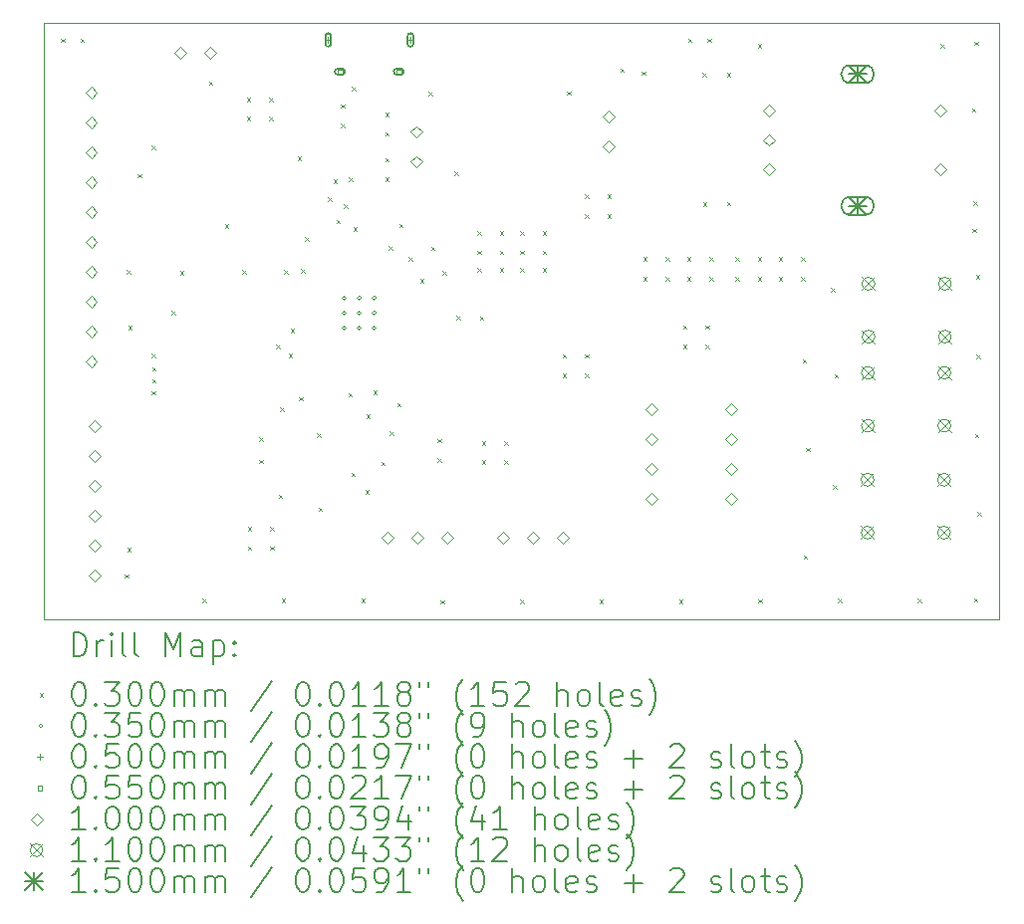
<source format=gbr>
%FSLAX45Y45*%
G04 Gerber Fmt 4.5, Leading zero omitted, Abs format (unit mm)*
G04 Created by KiCad (PCBNEW 6.0.6-3a73a75311~116~ubuntu20.04.1) date 2022-10-03 18:42:57*
%MOMM*%
%LPD*%
G01*
G04 APERTURE LIST*
%TA.AperFunction,Profile*%
%ADD10C,0.100000*%
%TD*%
%ADD11C,0.200000*%
%ADD12C,0.030000*%
%ADD13C,0.035000*%
%ADD14C,0.050000*%
%ADD15C,0.055000*%
%ADD16C,0.100000*%
%ADD17C,0.110000*%
%ADD18C,0.150000*%
G04 APERTURE END LIST*
D10*
X13008610Y-6588760D02*
X4888230Y-6588760D01*
X4888230Y-6588760D02*
X4888230Y-1518920D01*
X4888230Y-1518920D02*
X13008610Y-1518920D01*
X13008610Y-1518920D02*
X13008610Y-6588760D01*
D11*
D12*
X5037060Y-1651240D02*
X5067060Y-1681240D01*
X5067060Y-1651240D02*
X5037060Y-1681240D01*
X5202160Y-1651240D02*
X5232160Y-1681240D01*
X5232160Y-1651240D02*
X5202160Y-1681240D01*
X5577830Y-6207500D02*
X5607830Y-6237500D01*
X5607830Y-6207500D02*
X5577830Y-6237500D01*
X5595860Y-3622280D02*
X5625860Y-3652280D01*
X5625860Y-3622280D02*
X5595860Y-3652280D01*
X5598150Y-5981440D02*
X5628150Y-6011440D01*
X5628150Y-5981440D02*
X5598150Y-6011440D01*
X5608560Y-4097260D02*
X5638560Y-4127260D01*
X5638560Y-4097260D02*
X5608560Y-4127260D01*
X5689840Y-2804400D02*
X5719840Y-2834400D01*
X5719840Y-2804400D02*
X5689840Y-2834400D01*
X5809220Y-2563100D02*
X5839220Y-2593100D01*
X5839220Y-2563100D02*
X5809220Y-2593100D01*
X5809220Y-4333480D02*
X5839220Y-4363480D01*
X5839220Y-4333480D02*
X5809220Y-4363480D01*
X5809220Y-4648440D02*
X5839220Y-4678440D01*
X5839220Y-4648440D02*
X5809220Y-4678440D01*
X5811760Y-4445240D02*
X5841760Y-4475240D01*
X5841760Y-4445240D02*
X5811760Y-4475240D01*
X5811760Y-4546840D02*
X5841760Y-4576840D01*
X5841760Y-4546840D02*
X5811760Y-4576840D01*
X5976860Y-3967720D02*
X6006860Y-3997720D01*
X6006860Y-3967720D02*
X5976860Y-3997720D01*
X6050520Y-3629900D02*
X6080520Y-3659900D01*
X6080520Y-3629900D02*
X6050520Y-3659900D01*
X6237392Y-6416280D02*
X6267392Y-6446280D01*
X6267392Y-6416280D02*
X6237392Y-6446280D01*
X6294360Y-2017000D02*
X6324360Y-2047000D01*
X6324360Y-2017000D02*
X6294360Y-2047000D01*
X6431520Y-3233660D02*
X6461520Y-3263660D01*
X6461520Y-3233660D02*
X6431520Y-3263660D01*
X6578840Y-3619740D02*
X6608840Y-3649740D01*
X6608840Y-3619740D02*
X6578840Y-3649740D01*
X6616940Y-2154160D02*
X6646940Y-2184160D01*
X6646940Y-2154160D02*
X6616940Y-2184160D01*
X6616940Y-2319260D02*
X6646940Y-2349260D01*
X6646940Y-2319260D02*
X6616940Y-2349260D01*
X6624560Y-5806680D02*
X6654560Y-5836680D01*
X6654560Y-5806680D02*
X6624560Y-5836680D01*
X6624560Y-5971780D02*
X6654560Y-6001780D01*
X6654560Y-5971780D02*
X6624560Y-6001780D01*
X6721080Y-5042140D02*
X6751080Y-5072140D01*
X6751080Y-5042140D02*
X6721080Y-5072140D01*
X6721080Y-5232640D02*
X6751080Y-5262640D01*
X6751080Y-5232640D02*
X6721080Y-5262640D01*
X6807440Y-2154160D02*
X6837440Y-2184160D01*
X6837440Y-2154160D02*
X6807440Y-2184160D01*
X6807440Y-2319260D02*
X6837440Y-2349260D01*
X6837440Y-2319260D02*
X6807440Y-2349260D01*
X6815060Y-5806680D02*
X6845060Y-5836680D01*
X6845060Y-5806680D02*
X6815060Y-5836680D01*
X6815060Y-5971780D02*
X6845060Y-6001780D01*
X6845060Y-5971780D02*
X6815060Y-6001780D01*
X6865860Y-4257280D02*
X6895860Y-4287280D01*
X6895860Y-4257280D02*
X6865860Y-4287280D01*
X6888720Y-5529820D02*
X6918720Y-5559820D01*
X6918720Y-5529820D02*
X6888720Y-5559820D01*
X6898880Y-4788140D02*
X6928880Y-4818140D01*
X6928880Y-4788140D02*
X6898880Y-4818140D01*
X6912850Y-6416280D02*
X6942850Y-6446280D01*
X6942850Y-6416280D02*
X6912850Y-6446280D01*
X6934440Y-3619740D02*
X6964440Y-3649740D01*
X6964440Y-3619740D02*
X6934440Y-3649740D01*
X6972540Y-4333480D02*
X7002540Y-4363480D01*
X7002540Y-4333480D02*
X6972540Y-4363480D01*
X6986765Y-4121718D02*
X7016765Y-4151718D01*
X7016765Y-4121718D02*
X6986765Y-4151718D01*
X7048740Y-2657080D02*
X7078740Y-2687080D01*
X7078740Y-2657080D02*
X7048740Y-2687080D01*
X7061440Y-4701780D02*
X7091440Y-4731780D01*
X7091440Y-4701780D02*
X7061440Y-4731780D01*
X7079220Y-3614660D02*
X7109220Y-3644660D01*
X7109220Y-3614660D02*
X7079220Y-3644660D01*
X7109700Y-3340340D02*
X7139700Y-3370340D01*
X7139700Y-3340340D02*
X7109700Y-3370340D01*
X7211300Y-5009120D02*
X7241300Y-5039120D01*
X7241300Y-5009120D02*
X7211300Y-5039120D01*
X7224000Y-5641580D02*
X7254000Y-5671580D01*
X7254000Y-5641580D02*
X7224000Y-5671580D01*
X7305280Y-3005060D02*
X7335280Y-3035060D01*
X7335280Y-3005060D02*
X7305280Y-3035060D01*
X7353540Y-2850120D02*
X7383540Y-2880120D01*
X7383540Y-2850120D02*
X7353540Y-2880120D01*
X7376350Y-3191715D02*
X7406350Y-3221715D01*
X7406350Y-3191715D02*
X7376350Y-3221715D01*
X7417040Y-2212580D02*
X7447040Y-2242580D01*
X7447040Y-2212580D02*
X7417040Y-2242580D01*
X7417040Y-2377680D02*
X7447040Y-2407680D01*
X7447040Y-2377680D02*
X7417040Y-2407680D01*
X7439900Y-3060940D02*
X7469900Y-3090940D01*
X7469900Y-3060940D02*
X7439900Y-3090940D01*
X7480540Y-4666220D02*
X7510540Y-4696220D01*
X7510540Y-4666220D02*
X7480540Y-4696220D01*
X7483080Y-2832340D02*
X7513080Y-2862340D01*
X7513080Y-2832340D02*
X7483080Y-2862340D01*
X7503400Y-5344400D02*
X7533400Y-5374400D01*
X7533400Y-5344400D02*
X7503400Y-5374400D01*
X7511020Y-2065260D02*
X7541020Y-2095260D01*
X7541020Y-2065260D02*
X7511020Y-2095260D01*
X7523720Y-3256520D02*
X7553720Y-3286520D01*
X7553720Y-3256520D02*
X7523720Y-3286520D01*
X7588309Y-6413740D02*
X7618309Y-6443740D01*
X7618309Y-6413740D02*
X7588309Y-6443740D01*
X7625320Y-5491720D02*
X7655320Y-5521720D01*
X7655320Y-5491720D02*
X7625320Y-5521720D01*
X7632940Y-4846560D02*
X7662940Y-4876560D01*
X7662940Y-4846560D02*
X7632940Y-4876560D01*
X7691360Y-4643360D02*
X7721360Y-4673360D01*
X7721360Y-4643360D02*
X7691360Y-4673360D01*
X7757400Y-5250420D02*
X7787400Y-5280420D01*
X7787400Y-5250420D02*
X7757400Y-5280420D01*
X7792960Y-2283700D02*
X7822960Y-2313700D01*
X7822960Y-2283700D02*
X7792960Y-2313700D01*
X7792960Y-2448800D02*
X7822960Y-2478800D01*
X7822960Y-2448800D02*
X7792960Y-2478800D01*
X7792960Y-2669780D02*
X7822960Y-2699780D01*
X7822960Y-2669780D02*
X7792960Y-2699780D01*
X7792960Y-2834880D02*
X7822960Y-2864880D01*
X7822960Y-2834880D02*
X7792960Y-2864880D01*
X7823440Y-3416540D02*
X7853440Y-3446540D01*
X7853440Y-3416540D02*
X7823440Y-3446540D01*
X7831060Y-4993880D02*
X7861060Y-5023880D01*
X7861060Y-4993880D02*
X7831060Y-5023880D01*
X7894560Y-4750040D02*
X7924560Y-4780040D01*
X7924560Y-4750040D02*
X7894560Y-4780040D01*
X7912340Y-3228580D02*
X7942340Y-3258580D01*
X7942340Y-3228580D02*
X7912340Y-3258580D01*
X7993620Y-3513060D02*
X8023620Y-3543060D01*
X8023620Y-3513060D02*
X7993620Y-3543060D01*
X8090140Y-3695940D02*
X8120140Y-3725940D01*
X8120140Y-3695940D02*
X8090140Y-3725940D01*
X8161260Y-2103360D02*
X8191260Y-2133360D01*
X8191260Y-2103360D02*
X8161260Y-2133360D01*
X8184120Y-3421620D02*
X8214120Y-3451620D01*
X8214120Y-3421620D02*
X8184120Y-3451620D01*
X8237460Y-5054840D02*
X8267460Y-5084840D01*
X8267460Y-5054840D02*
X8237460Y-5084840D01*
X8237460Y-5219940D02*
X8267460Y-5249940D01*
X8267460Y-5219940D02*
X8237460Y-5249940D01*
X8263767Y-6426440D02*
X8293767Y-6456440D01*
X8293767Y-6426440D02*
X8263767Y-6456440D01*
X8280640Y-3629900D02*
X8310640Y-3659900D01*
X8310640Y-3629900D02*
X8280640Y-3659900D01*
X8379935Y-2784855D02*
X8409935Y-2814855D01*
X8409935Y-2784855D02*
X8379935Y-2814855D01*
X8400020Y-4010900D02*
X8430020Y-4040900D01*
X8430020Y-4010900D02*
X8400020Y-4040900D01*
X8575280Y-3289540D02*
X8605280Y-3319540D01*
X8605280Y-3289540D02*
X8575280Y-3319540D01*
X8575280Y-3454640D02*
X8605280Y-3484640D01*
X8605280Y-3454640D02*
X8575280Y-3484640D01*
X8575280Y-3604500D02*
X8605280Y-3634500D01*
X8605280Y-3604500D02*
X8575280Y-3634500D01*
X8598140Y-4015980D02*
X8628140Y-4045980D01*
X8628140Y-4015980D02*
X8598140Y-4045980D01*
X8613380Y-5075160D02*
X8643380Y-5105160D01*
X8643380Y-5075160D02*
X8613380Y-5105160D01*
X8613380Y-5240260D02*
X8643380Y-5270260D01*
X8643380Y-5240260D02*
X8613380Y-5270260D01*
X8765780Y-3289540D02*
X8795780Y-3319540D01*
X8795780Y-3289540D02*
X8765780Y-3319540D01*
X8765780Y-3454640D02*
X8795780Y-3484640D01*
X8795780Y-3454640D02*
X8765780Y-3484640D01*
X8765780Y-3604500D02*
X8795780Y-3634500D01*
X8795780Y-3604500D02*
X8765780Y-3634500D01*
X8803880Y-5075160D02*
X8833880Y-5105160D01*
X8833880Y-5075160D02*
X8803880Y-5105160D01*
X8803880Y-5240260D02*
X8833880Y-5270260D01*
X8833880Y-5240260D02*
X8803880Y-5270260D01*
X8939226Y-6423900D02*
X8969226Y-6453900D01*
X8969226Y-6423900D02*
X8939226Y-6453900D01*
X8941040Y-3289540D02*
X8971040Y-3319540D01*
X8971040Y-3289540D02*
X8941040Y-3319540D01*
X8941040Y-3454640D02*
X8971040Y-3484640D01*
X8971040Y-3454640D02*
X8941040Y-3484640D01*
X8941040Y-3604500D02*
X8971040Y-3634500D01*
X8971040Y-3604500D02*
X8941040Y-3634500D01*
X9131540Y-3289540D02*
X9161540Y-3319540D01*
X9161540Y-3289540D02*
X9131540Y-3319540D01*
X9131540Y-3454640D02*
X9161540Y-3484640D01*
X9161540Y-3454640D02*
X9131540Y-3484640D01*
X9131540Y-3604500D02*
X9161540Y-3634500D01*
X9161540Y-3604500D02*
X9131540Y-3634500D01*
X9301720Y-4336020D02*
X9331720Y-4366020D01*
X9331720Y-4336020D02*
X9301720Y-4366020D01*
X9301720Y-4501120D02*
X9331720Y-4531120D01*
X9331720Y-4501120D02*
X9301720Y-4531120D01*
X9339820Y-2100820D02*
X9369820Y-2130820D01*
X9369820Y-2100820D02*
X9339820Y-2130820D01*
X9489680Y-2979660D02*
X9519680Y-3009660D01*
X9519680Y-2979660D02*
X9489680Y-3009660D01*
X9489680Y-3144760D02*
X9519680Y-3174760D01*
X9519680Y-3144760D02*
X9489680Y-3174760D01*
X9492220Y-4336020D02*
X9522220Y-4366020D01*
X9522220Y-4336020D02*
X9492220Y-4366020D01*
X9492220Y-4501120D02*
X9522220Y-4531120D01*
X9522220Y-4501120D02*
X9492220Y-4531120D01*
X9614685Y-6423900D02*
X9644685Y-6453900D01*
X9644685Y-6423900D02*
X9614685Y-6453900D01*
X9680180Y-2979660D02*
X9710180Y-3009660D01*
X9710180Y-2979660D02*
X9680180Y-3009660D01*
X9680180Y-3144760D02*
X9710180Y-3174760D01*
X9710180Y-3144760D02*
X9680180Y-3174760D01*
X9789400Y-1905240D02*
X9819400Y-1935240D01*
X9819400Y-1905240D02*
X9789400Y-1935240D01*
X9974820Y-1930640D02*
X10004820Y-1960640D01*
X10004820Y-1930640D02*
X9974820Y-1960640D01*
X9987520Y-3513060D02*
X10017520Y-3543060D01*
X10017520Y-3513060D02*
X9987520Y-3543060D01*
X9987520Y-3678160D02*
X10017520Y-3708160D01*
X10017520Y-3678160D02*
X9987520Y-3708160D01*
X10178020Y-3513060D02*
X10208020Y-3543060D01*
X10208020Y-3513060D02*
X10178020Y-3543060D01*
X10178020Y-3678160D02*
X10208020Y-3708160D01*
X10208020Y-3678160D02*
X10178020Y-3708160D01*
X10290143Y-6421360D02*
X10320143Y-6451360D01*
X10320143Y-6421360D02*
X10290143Y-6451360D01*
X10325340Y-4092180D02*
X10355340Y-4122180D01*
X10355340Y-4092180D02*
X10325340Y-4122180D01*
X10325340Y-4257280D02*
X10355340Y-4287280D01*
X10355340Y-4257280D02*
X10325340Y-4287280D01*
X10358360Y-3513060D02*
X10388360Y-3543060D01*
X10388360Y-3513060D02*
X10358360Y-3543060D01*
X10358360Y-3678160D02*
X10388360Y-3708160D01*
X10388360Y-3678160D02*
X10358360Y-3708160D01*
X10365980Y-1651240D02*
X10395980Y-1681240D01*
X10395980Y-1651240D02*
X10365980Y-1681240D01*
X10490440Y-1943340D02*
X10520440Y-1973340D01*
X10520440Y-1943340D02*
X10490440Y-1973340D01*
X10495520Y-3043160D02*
X10525520Y-3073160D01*
X10525520Y-3043160D02*
X10495520Y-3073160D01*
X10515840Y-4092180D02*
X10545840Y-4122180D01*
X10545840Y-4092180D02*
X10515840Y-4122180D01*
X10515840Y-4257280D02*
X10545840Y-4287280D01*
X10545840Y-4257280D02*
X10515840Y-4287280D01*
X10531080Y-1651240D02*
X10561080Y-1681240D01*
X10561080Y-1651240D02*
X10531080Y-1681240D01*
X10548860Y-3513060D02*
X10578860Y-3543060D01*
X10578860Y-3513060D02*
X10548860Y-3543060D01*
X10548860Y-3678160D02*
X10578860Y-3708160D01*
X10578860Y-3678160D02*
X10548860Y-3708160D01*
X10696180Y-1943340D02*
X10726180Y-1973340D01*
X10726180Y-1943340D02*
X10696180Y-1973340D01*
X10696180Y-3040620D02*
X10726180Y-3070620D01*
X10726180Y-3040620D02*
X10696180Y-3070620D01*
X10767300Y-3513060D02*
X10797300Y-3543060D01*
X10797300Y-3513060D02*
X10767300Y-3543060D01*
X10767300Y-3678160D02*
X10797300Y-3708160D01*
X10797300Y-3678160D02*
X10767300Y-3708160D01*
X10957800Y-1699500D02*
X10987800Y-1729500D01*
X10987800Y-1699500D02*
X10957800Y-1729500D01*
X10957800Y-3513060D02*
X10987800Y-3543060D01*
X10987800Y-3513060D02*
X10957800Y-3543060D01*
X10957800Y-3678160D02*
X10987800Y-3708160D01*
X10987800Y-3678160D02*
X10957800Y-3708160D01*
X10965602Y-6418820D02*
X10995602Y-6448820D01*
X10995602Y-6418820D02*
X10965602Y-6448820D01*
X11138140Y-3513060D02*
X11168140Y-3543060D01*
X11168140Y-3513060D02*
X11138140Y-3543060D01*
X11138140Y-3678160D02*
X11168140Y-3708160D01*
X11168140Y-3678160D02*
X11138140Y-3708160D01*
X11328640Y-3513060D02*
X11358640Y-3543060D01*
X11358640Y-3513060D02*
X11328640Y-3543060D01*
X11328640Y-3678160D02*
X11358640Y-3708160D01*
X11358640Y-3678160D02*
X11328640Y-3708160D01*
X11338800Y-4379200D02*
X11368800Y-4409200D01*
X11368800Y-4379200D02*
X11338800Y-4409200D01*
X11348960Y-6047980D02*
X11378960Y-6077980D01*
X11378960Y-6047980D02*
X11348960Y-6077980D01*
X11369280Y-5131040D02*
X11399280Y-5161040D01*
X11399280Y-5131040D02*
X11369280Y-5161040D01*
X11580100Y-3774680D02*
X11610100Y-3804680D01*
X11610100Y-3774680D02*
X11580100Y-3804680D01*
X11597880Y-5448540D02*
X11627880Y-5478540D01*
X11627880Y-5448540D02*
X11597880Y-5478540D01*
X11610580Y-4506200D02*
X11640580Y-4536200D01*
X11640580Y-4506200D02*
X11610580Y-4536200D01*
X11641060Y-6416280D02*
X11671060Y-6446280D01*
X11671060Y-6416280D02*
X11641060Y-6446280D01*
X12316518Y-6416280D02*
X12346518Y-6446280D01*
X12346518Y-6416280D02*
X12316518Y-6446280D01*
X12512280Y-1699500D02*
X12542280Y-1729500D01*
X12542280Y-1699500D02*
X12512280Y-1729500D01*
X12781520Y-2245600D02*
X12811520Y-2275600D01*
X12811520Y-2245600D02*
X12781520Y-2275600D01*
X12784060Y-3269220D02*
X12814060Y-3299220D01*
X12814060Y-3269220D02*
X12784060Y-3299220D01*
X12791680Y-3035540D02*
X12821680Y-3065540D01*
X12821680Y-3035540D02*
X12791680Y-3065540D01*
X12796760Y-6411200D02*
X12826760Y-6441200D01*
X12826760Y-6411200D02*
X12796760Y-6441200D01*
X12801840Y-1676640D02*
X12831840Y-1706640D01*
X12831840Y-1676640D02*
X12801840Y-1706640D01*
X12806920Y-5014200D02*
X12836920Y-5044200D01*
X12836920Y-5014200D02*
X12806920Y-5044200D01*
X12814540Y-3662920D02*
X12844540Y-3692920D01*
X12844540Y-3662920D02*
X12814540Y-3692920D01*
X12819620Y-4338560D02*
X12849620Y-4368560D01*
X12849620Y-4338560D02*
X12819620Y-4368560D01*
X12824700Y-5678592D02*
X12854700Y-5708592D01*
X12854700Y-5678592D02*
X12824700Y-5708592D01*
D13*
X7461440Y-3857065D02*
G75*
G03*
X7461440Y-3857065I-17500J0D01*
G01*
X7461440Y-3984565D02*
G75*
G03*
X7461440Y-3984565I-17500J0D01*
G01*
X7461440Y-4112065D02*
G75*
G03*
X7461440Y-4112065I-17500J0D01*
G01*
X7588940Y-3857065D02*
G75*
G03*
X7588940Y-3857065I-17500J0D01*
G01*
X7588940Y-3984565D02*
G75*
G03*
X7588940Y-3984565I-17500J0D01*
G01*
X7588940Y-4112065D02*
G75*
G03*
X7588940Y-4112065I-17500J0D01*
G01*
X7716440Y-3857065D02*
G75*
G03*
X7716440Y-3857065I-17500J0D01*
G01*
X7716440Y-3984565D02*
G75*
G03*
X7716440Y-3984565I-17500J0D01*
G01*
X7716440Y-4112065D02*
G75*
G03*
X7716440Y-4112065I-17500J0D01*
G01*
D14*
X7308100Y-1638700D02*
X7308100Y-1688700D01*
X7283100Y-1663700D02*
X7333100Y-1663700D01*
D11*
X7333100Y-1696200D02*
X7333100Y-1631200D01*
X7283100Y-1696200D02*
X7283100Y-1631200D01*
X7333100Y-1631200D02*
G75*
G03*
X7283100Y-1631200I-25000J0D01*
G01*
X7283100Y-1696200D02*
G75*
G03*
X7333100Y-1696200I25000J0D01*
G01*
D14*
X8008100Y-1638700D02*
X8008100Y-1688700D01*
X7983100Y-1663700D02*
X8033100Y-1663700D01*
D11*
X8033100Y-1696200D02*
X8033100Y-1631200D01*
X7983100Y-1696200D02*
X7983100Y-1631200D01*
X8033100Y-1631200D02*
G75*
G03*
X7983100Y-1631200I-25000J0D01*
G01*
X7983100Y-1696200D02*
G75*
G03*
X8033100Y-1696200I25000J0D01*
G01*
D15*
X7427546Y-1953146D02*
X7427546Y-1914254D01*
X7388654Y-1914254D01*
X7388654Y-1953146D01*
X7427546Y-1953146D01*
D11*
X7423100Y-1906200D02*
X7393100Y-1906200D01*
X7423100Y-1961200D02*
X7393100Y-1961200D01*
X7393100Y-1906200D02*
G75*
G03*
X7393100Y-1961200I0J-27500D01*
G01*
X7423100Y-1961200D02*
G75*
G03*
X7423100Y-1906200I0J27500D01*
G01*
D15*
X7927546Y-1953146D02*
X7927546Y-1914254D01*
X7888654Y-1914254D01*
X7888654Y-1953146D01*
X7927546Y-1953146D01*
D11*
X7923100Y-1906200D02*
X7893100Y-1906200D01*
X7923100Y-1961200D02*
X7893100Y-1961200D01*
X7893100Y-1906200D02*
G75*
G03*
X7893100Y-1961200I0J-27500D01*
G01*
X7923100Y-1961200D02*
G75*
G03*
X7923100Y-1906200I0J27500D01*
G01*
D16*
X5293360Y-2160740D02*
X5343360Y-2110740D01*
X5293360Y-2060740D01*
X5243360Y-2110740D01*
X5293360Y-2160740D01*
X5293360Y-2414740D02*
X5343360Y-2364740D01*
X5293360Y-2314740D01*
X5243360Y-2364740D01*
X5293360Y-2414740D01*
X5293360Y-2668740D02*
X5343360Y-2618740D01*
X5293360Y-2568740D01*
X5243360Y-2618740D01*
X5293360Y-2668740D01*
X5293360Y-2922740D02*
X5343360Y-2872740D01*
X5293360Y-2822740D01*
X5243360Y-2872740D01*
X5293360Y-2922740D01*
X5293360Y-3176740D02*
X5343360Y-3126740D01*
X5293360Y-3076740D01*
X5243360Y-3126740D01*
X5293360Y-3176740D01*
X5293360Y-3430740D02*
X5343360Y-3380740D01*
X5293360Y-3330740D01*
X5243360Y-3380740D01*
X5293360Y-3430740D01*
X5293360Y-3684740D02*
X5343360Y-3634740D01*
X5293360Y-3584740D01*
X5243360Y-3634740D01*
X5293360Y-3684740D01*
X5293360Y-3938740D02*
X5343360Y-3888740D01*
X5293360Y-3838740D01*
X5243360Y-3888740D01*
X5293360Y-3938740D01*
X5293360Y-4192740D02*
X5343360Y-4142740D01*
X5293360Y-4092740D01*
X5243360Y-4142740D01*
X5293360Y-4192740D01*
X5293360Y-4446740D02*
X5343360Y-4396740D01*
X5293360Y-4346740D01*
X5243360Y-4396740D01*
X5293360Y-4446740D01*
X5321920Y-4995380D02*
X5371920Y-4945380D01*
X5321920Y-4895380D01*
X5271920Y-4945380D01*
X5321920Y-4995380D01*
X5321920Y-5249380D02*
X5371920Y-5199380D01*
X5321920Y-5149380D01*
X5271920Y-5199380D01*
X5321920Y-5249380D01*
X5321920Y-5503380D02*
X5371920Y-5453380D01*
X5321920Y-5403380D01*
X5271920Y-5453380D01*
X5321920Y-5503380D01*
X5321920Y-5757380D02*
X5371920Y-5707380D01*
X5321920Y-5657380D01*
X5271920Y-5707380D01*
X5321920Y-5757380D01*
X5321920Y-6011380D02*
X5371920Y-5961380D01*
X5321920Y-5911380D01*
X5271920Y-5961380D01*
X5321920Y-6011380D01*
X5321920Y-6265380D02*
X5371920Y-6215380D01*
X5321920Y-6165380D01*
X5271920Y-6215380D01*
X5321920Y-6265380D01*
X6052820Y-1822920D02*
X6102820Y-1772920D01*
X6052820Y-1722920D01*
X6002820Y-1772920D01*
X6052820Y-1822920D01*
X6306820Y-1822920D02*
X6356820Y-1772920D01*
X6306820Y-1722920D01*
X6256820Y-1772920D01*
X6306820Y-1822920D01*
X7809460Y-5947880D02*
X7859460Y-5897880D01*
X7809460Y-5847880D01*
X7759460Y-5897880D01*
X7809460Y-5947880D01*
X8054575Y-2496020D02*
X8104575Y-2446020D01*
X8054575Y-2396020D01*
X8004575Y-2446020D01*
X8054575Y-2496020D01*
X8054575Y-2750020D02*
X8104575Y-2700020D01*
X8054575Y-2650020D01*
X8004575Y-2700020D01*
X8054575Y-2750020D01*
X8063460Y-5947880D02*
X8113460Y-5897880D01*
X8063460Y-5847880D01*
X8013460Y-5897880D01*
X8063460Y-5947880D01*
X8317460Y-5947880D02*
X8367460Y-5897880D01*
X8317460Y-5847880D01*
X8267460Y-5897880D01*
X8317460Y-5947880D01*
X8797520Y-5947880D02*
X8847520Y-5897880D01*
X8797520Y-5847880D01*
X8747520Y-5897880D01*
X8797520Y-5947880D01*
X9051520Y-5947880D02*
X9101520Y-5897880D01*
X9051520Y-5847880D01*
X9001520Y-5897880D01*
X9051520Y-5947880D01*
X9305520Y-5947880D02*
X9355520Y-5897880D01*
X9305520Y-5847880D01*
X9255520Y-5897880D01*
X9305520Y-5947880D01*
X9692640Y-2366980D02*
X9742640Y-2316980D01*
X9692640Y-2266980D01*
X9642640Y-2316980D01*
X9692640Y-2366980D01*
X9692640Y-2620980D02*
X9742640Y-2570980D01*
X9692640Y-2520980D01*
X9642640Y-2570980D01*
X9692640Y-2620980D01*
X10053360Y-4855680D02*
X10103360Y-4805680D01*
X10053360Y-4755680D01*
X10003360Y-4805680D01*
X10053360Y-4855680D01*
X10053360Y-5109680D02*
X10103360Y-5059680D01*
X10053360Y-5009680D01*
X10003360Y-5059680D01*
X10053360Y-5109680D01*
X10053360Y-5363680D02*
X10103360Y-5313680D01*
X10053360Y-5263680D01*
X10003360Y-5313680D01*
X10053360Y-5363680D01*
X10053360Y-5617680D02*
X10103360Y-5567680D01*
X10053360Y-5517680D01*
X10003360Y-5567680D01*
X10053360Y-5617680D01*
X10734040Y-4855680D02*
X10784040Y-4805680D01*
X10734040Y-4755680D01*
X10684040Y-4805680D01*
X10734040Y-4855680D01*
X10734040Y-5109680D02*
X10784040Y-5059680D01*
X10734040Y-5009680D01*
X10684040Y-5059680D01*
X10734040Y-5109680D01*
X10734040Y-5363680D02*
X10784040Y-5313680D01*
X10734040Y-5263680D01*
X10684040Y-5313680D01*
X10734040Y-5363680D01*
X10734040Y-5617680D02*
X10784040Y-5567680D01*
X10734040Y-5517680D01*
X10684040Y-5567680D01*
X10734040Y-5617680D01*
X11058060Y-2314600D02*
X11108060Y-2264600D01*
X11058060Y-2214600D01*
X11008060Y-2264600D01*
X11058060Y-2314600D01*
X11058060Y-2564600D02*
X11108060Y-2514600D01*
X11058060Y-2464600D01*
X11008060Y-2514600D01*
X11058060Y-2564600D01*
X11058060Y-2814600D02*
X11108060Y-2764600D01*
X11058060Y-2714600D01*
X11008060Y-2764600D01*
X11058060Y-2814600D01*
X12508060Y-2314600D02*
X12558060Y-2264600D01*
X12508060Y-2214600D01*
X12458060Y-2264600D01*
X12508060Y-2314600D01*
X12508060Y-2814600D02*
X12558060Y-2764600D01*
X12508060Y-2714600D01*
X12458060Y-2764600D01*
X12508060Y-2814600D01*
D17*
X11837400Y-5348640D02*
X11947400Y-5458640D01*
X11947400Y-5348640D02*
X11837400Y-5458640D01*
X11947400Y-5403640D02*
G75*
G03*
X11947400Y-5403640I-55000J0D01*
G01*
X11837400Y-5798640D02*
X11947400Y-5908640D01*
X11947400Y-5798640D02*
X11837400Y-5908640D01*
X11947400Y-5853640D02*
G75*
G03*
X11947400Y-5853640I-55000J0D01*
G01*
X11839940Y-4439320D02*
X11949940Y-4549320D01*
X11949940Y-4439320D02*
X11839940Y-4549320D01*
X11949940Y-4494320D02*
G75*
G03*
X11949940Y-4494320I-55000J0D01*
G01*
X11839940Y-4889320D02*
X11949940Y-4999320D01*
X11949940Y-4889320D02*
X11839940Y-4999320D01*
X11949940Y-4944320D02*
G75*
G03*
X11949940Y-4944320I-55000J0D01*
G01*
X11845020Y-3682400D02*
X11955020Y-3792400D01*
X11955020Y-3682400D02*
X11845020Y-3792400D01*
X11955020Y-3737400D02*
G75*
G03*
X11955020Y-3737400I-55000J0D01*
G01*
X11845020Y-4132400D02*
X11955020Y-4242400D01*
X11955020Y-4132400D02*
X11845020Y-4242400D01*
X11955020Y-4187400D02*
G75*
G03*
X11955020Y-4187400I-55000J0D01*
G01*
X12487400Y-5348640D02*
X12597400Y-5458640D01*
X12597400Y-5348640D02*
X12487400Y-5458640D01*
X12597400Y-5403640D02*
G75*
G03*
X12597400Y-5403640I-55000J0D01*
G01*
X12487400Y-5798640D02*
X12597400Y-5908640D01*
X12597400Y-5798640D02*
X12487400Y-5908640D01*
X12597400Y-5853640D02*
G75*
G03*
X12597400Y-5853640I-55000J0D01*
G01*
X12489940Y-4439320D02*
X12599940Y-4549320D01*
X12599940Y-4439320D02*
X12489940Y-4549320D01*
X12599940Y-4494320D02*
G75*
G03*
X12599940Y-4494320I-55000J0D01*
G01*
X12489940Y-4889320D02*
X12599940Y-4999320D01*
X12599940Y-4889320D02*
X12489940Y-4999320D01*
X12599940Y-4944320D02*
G75*
G03*
X12599940Y-4944320I-55000J0D01*
G01*
X12495020Y-3682400D02*
X12605020Y-3792400D01*
X12605020Y-3682400D02*
X12495020Y-3792400D01*
X12605020Y-3737400D02*
G75*
G03*
X12605020Y-3737400I-55000J0D01*
G01*
X12495020Y-4132400D02*
X12605020Y-4242400D01*
X12605020Y-4132400D02*
X12495020Y-4242400D01*
X12605020Y-4187400D02*
G75*
G03*
X12605020Y-4187400I-55000J0D01*
G01*
D18*
X11733060Y-1879600D02*
X11883060Y-2029600D01*
X11883060Y-1879600D02*
X11733060Y-2029600D01*
X11808060Y-1879600D02*
X11808060Y-2029600D01*
X11733060Y-1954600D02*
X11883060Y-1954600D01*
D11*
X11743060Y-2029600D02*
X11873060Y-2029600D01*
X11743060Y-1879600D02*
X11873060Y-1879600D01*
X11873060Y-2029600D02*
G75*
G03*
X11873060Y-1879600I0J75000D01*
G01*
X11743060Y-1879600D02*
G75*
G03*
X11743060Y-2029600I0J-75000D01*
G01*
D18*
X11733060Y-2999600D02*
X11883060Y-3149600D01*
X11883060Y-2999600D02*
X11733060Y-3149600D01*
X11808060Y-2999600D02*
X11808060Y-3149600D01*
X11733060Y-3074600D02*
X11883060Y-3074600D01*
D11*
X11743060Y-3149600D02*
X11873060Y-3149600D01*
X11743060Y-2999600D02*
X11873060Y-2999600D01*
X11873060Y-3149600D02*
G75*
G03*
X11873060Y-2999600I0J75000D01*
G01*
X11743060Y-2999600D02*
G75*
G03*
X11743060Y-3149600I0J-75000D01*
G01*
X5140849Y-6904236D02*
X5140849Y-6704236D01*
X5188468Y-6704236D01*
X5217040Y-6713760D01*
X5236087Y-6732808D01*
X5245611Y-6751855D01*
X5255135Y-6789950D01*
X5255135Y-6818522D01*
X5245611Y-6856617D01*
X5236087Y-6875665D01*
X5217040Y-6894712D01*
X5188468Y-6904236D01*
X5140849Y-6904236D01*
X5340849Y-6904236D02*
X5340849Y-6770903D01*
X5340849Y-6808998D02*
X5350373Y-6789950D01*
X5359897Y-6780427D01*
X5378944Y-6770903D01*
X5397992Y-6770903D01*
X5464659Y-6904236D02*
X5464659Y-6770903D01*
X5464659Y-6704236D02*
X5455135Y-6713760D01*
X5464659Y-6723284D01*
X5474182Y-6713760D01*
X5464659Y-6704236D01*
X5464659Y-6723284D01*
X5588468Y-6904236D02*
X5569420Y-6894712D01*
X5559897Y-6875665D01*
X5559897Y-6704236D01*
X5693230Y-6904236D02*
X5674182Y-6894712D01*
X5664658Y-6875665D01*
X5664658Y-6704236D01*
X5921801Y-6904236D02*
X5921801Y-6704236D01*
X5988468Y-6847093D01*
X6055135Y-6704236D01*
X6055135Y-6904236D01*
X6236087Y-6904236D02*
X6236087Y-6799474D01*
X6226563Y-6780427D01*
X6207516Y-6770903D01*
X6169420Y-6770903D01*
X6150373Y-6780427D01*
X6236087Y-6894712D02*
X6217039Y-6904236D01*
X6169420Y-6904236D01*
X6150373Y-6894712D01*
X6140849Y-6875665D01*
X6140849Y-6856617D01*
X6150373Y-6837569D01*
X6169420Y-6828046D01*
X6217039Y-6828046D01*
X6236087Y-6818522D01*
X6331325Y-6770903D02*
X6331325Y-6970903D01*
X6331325Y-6780427D02*
X6350373Y-6770903D01*
X6388468Y-6770903D01*
X6407516Y-6780427D01*
X6417039Y-6789950D01*
X6426563Y-6808998D01*
X6426563Y-6866141D01*
X6417039Y-6885188D01*
X6407516Y-6894712D01*
X6388468Y-6904236D01*
X6350373Y-6904236D01*
X6331325Y-6894712D01*
X6512278Y-6885188D02*
X6521801Y-6894712D01*
X6512278Y-6904236D01*
X6502754Y-6894712D01*
X6512278Y-6885188D01*
X6512278Y-6904236D01*
X6512278Y-6780427D02*
X6521801Y-6789950D01*
X6512278Y-6799474D01*
X6502754Y-6789950D01*
X6512278Y-6780427D01*
X6512278Y-6799474D01*
D12*
X4853230Y-7218760D02*
X4883230Y-7248760D01*
X4883230Y-7218760D02*
X4853230Y-7248760D01*
D11*
X5178944Y-7124236D02*
X5197992Y-7124236D01*
X5217040Y-7133760D01*
X5226563Y-7143284D01*
X5236087Y-7162331D01*
X5245611Y-7200427D01*
X5245611Y-7248046D01*
X5236087Y-7286141D01*
X5226563Y-7305188D01*
X5217040Y-7314712D01*
X5197992Y-7324236D01*
X5178944Y-7324236D01*
X5159897Y-7314712D01*
X5150373Y-7305188D01*
X5140849Y-7286141D01*
X5131325Y-7248046D01*
X5131325Y-7200427D01*
X5140849Y-7162331D01*
X5150373Y-7143284D01*
X5159897Y-7133760D01*
X5178944Y-7124236D01*
X5331325Y-7305188D02*
X5340849Y-7314712D01*
X5331325Y-7324236D01*
X5321801Y-7314712D01*
X5331325Y-7305188D01*
X5331325Y-7324236D01*
X5407516Y-7124236D02*
X5531325Y-7124236D01*
X5464659Y-7200427D01*
X5493230Y-7200427D01*
X5512278Y-7209950D01*
X5521801Y-7219474D01*
X5531325Y-7238522D01*
X5531325Y-7286141D01*
X5521801Y-7305188D01*
X5512278Y-7314712D01*
X5493230Y-7324236D01*
X5436087Y-7324236D01*
X5417040Y-7314712D01*
X5407516Y-7305188D01*
X5655135Y-7124236D02*
X5674182Y-7124236D01*
X5693230Y-7133760D01*
X5702754Y-7143284D01*
X5712278Y-7162331D01*
X5721801Y-7200427D01*
X5721801Y-7248046D01*
X5712278Y-7286141D01*
X5702754Y-7305188D01*
X5693230Y-7314712D01*
X5674182Y-7324236D01*
X5655135Y-7324236D01*
X5636087Y-7314712D01*
X5626563Y-7305188D01*
X5617039Y-7286141D01*
X5607516Y-7248046D01*
X5607516Y-7200427D01*
X5617039Y-7162331D01*
X5626563Y-7143284D01*
X5636087Y-7133760D01*
X5655135Y-7124236D01*
X5845611Y-7124236D02*
X5864658Y-7124236D01*
X5883706Y-7133760D01*
X5893230Y-7143284D01*
X5902754Y-7162331D01*
X5912278Y-7200427D01*
X5912278Y-7248046D01*
X5902754Y-7286141D01*
X5893230Y-7305188D01*
X5883706Y-7314712D01*
X5864658Y-7324236D01*
X5845611Y-7324236D01*
X5826563Y-7314712D01*
X5817039Y-7305188D01*
X5807516Y-7286141D01*
X5797992Y-7248046D01*
X5797992Y-7200427D01*
X5807516Y-7162331D01*
X5817039Y-7143284D01*
X5826563Y-7133760D01*
X5845611Y-7124236D01*
X5997992Y-7324236D02*
X5997992Y-7190903D01*
X5997992Y-7209950D02*
X6007516Y-7200427D01*
X6026563Y-7190903D01*
X6055135Y-7190903D01*
X6074182Y-7200427D01*
X6083706Y-7219474D01*
X6083706Y-7324236D01*
X6083706Y-7219474D02*
X6093230Y-7200427D01*
X6112278Y-7190903D01*
X6140849Y-7190903D01*
X6159897Y-7200427D01*
X6169420Y-7219474D01*
X6169420Y-7324236D01*
X6264658Y-7324236D02*
X6264658Y-7190903D01*
X6264658Y-7209950D02*
X6274182Y-7200427D01*
X6293230Y-7190903D01*
X6321801Y-7190903D01*
X6340849Y-7200427D01*
X6350373Y-7219474D01*
X6350373Y-7324236D01*
X6350373Y-7219474D02*
X6359897Y-7200427D01*
X6378944Y-7190903D01*
X6407516Y-7190903D01*
X6426563Y-7200427D01*
X6436087Y-7219474D01*
X6436087Y-7324236D01*
X6826563Y-7114712D02*
X6655135Y-7371855D01*
X7083706Y-7124236D02*
X7102754Y-7124236D01*
X7121801Y-7133760D01*
X7131325Y-7143284D01*
X7140849Y-7162331D01*
X7150373Y-7200427D01*
X7150373Y-7248046D01*
X7140849Y-7286141D01*
X7131325Y-7305188D01*
X7121801Y-7314712D01*
X7102754Y-7324236D01*
X7083706Y-7324236D01*
X7064658Y-7314712D01*
X7055135Y-7305188D01*
X7045611Y-7286141D01*
X7036087Y-7248046D01*
X7036087Y-7200427D01*
X7045611Y-7162331D01*
X7055135Y-7143284D01*
X7064658Y-7133760D01*
X7083706Y-7124236D01*
X7236087Y-7305188D02*
X7245611Y-7314712D01*
X7236087Y-7324236D01*
X7226563Y-7314712D01*
X7236087Y-7305188D01*
X7236087Y-7324236D01*
X7369420Y-7124236D02*
X7388468Y-7124236D01*
X7407516Y-7133760D01*
X7417039Y-7143284D01*
X7426563Y-7162331D01*
X7436087Y-7200427D01*
X7436087Y-7248046D01*
X7426563Y-7286141D01*
X7417039Y-7305188D01*
X7407516Y-7314712D01*
X7388468Y-7324236D01*
X7369420Y-7324236D01*
X7350373Y-7314712D01*
X7340849Y-7305188D01*
X7331325Y-7286141D01*
X7321801Y-7248046D01*
X7321801Y-7200427D01*
X7331325Y-7162331D01*
X7340849Y-7143284D01*
X7350373Y-7133760D01*
X7369420Y-7124236D01*
X7626563Y-7324236D02*
X7512278Y-7324236D01*
X7569420Y-7324236D02*
X7569420Y-7124236D01*
X7550373Y-7152808D01*
X7531325Y-7171855D01*
X7512278Y-7181379D01*
X7817039Y-7324236D02*
X7702754Y-7324236D01*
X7759897Y-7324236D02*
X7759897Y-7124236D01*
X7740849Y-7152808D01*
X7721801Y-7171855D01*
X7702754Y-7181379D01*
X7931325Y-7209950D02*
X7912278Y-7200427D01*
X7902754Y-7190903D01*
X7893230Y-7171855D01*
X7893230Y-7162331D01*
X7902754Y-7143284D01*
X7912278Y-7133760D01*
X7931325Y-7124236D01*
X7969420Y-7124236D01*
X7988468Y-7133760D01*
X7997992Y-7143284D01*
X8007516Y-7162331D01*
X8007516Y-7171855D01*
X7997992Y-7190903D01*
X7988468Y-7200427D01*
X7969420Y-7209950D01*
X7931325Y-7209950D01*
X7912278Y-7219474D01*
X7902754Y-7228998D01*
X7893230Y-7248046D01*
X7893230Y-7286141D01*
X7902754Y-7305188D01*
X7912278Y-7314712D01*
X7931325Y-7324236D01*
X7969420Y-7324236D01*
X7988468Y-7314712D01*
X7997992Y-7305188D01*
X8007516Y-7286141D01*
X8007516Y-7248046D01*
X7997992Y-7228998D01*
X7988468Y-7219474D01*
X7969420Y-7209950D01*
X8083706Y-7124236D02*
X8083706Y-7162331D01*
X8159897Y-7124236D02*
X8159897Y-7162331D01*
X8455135Y-7400427D02*
X8445611Y-7390903D01*
X8426563Y-7362331D01*
X8417040Y-7343284D01*
X8407516Y-7314712D01*
X8397992Y-7267093D01*
X8397992Y-7228998D01*
X8407516Y-7181379D01*
X8417040Y-7152808D01*
X8426563Y-7133760D01*
X8445611Y-7105188D01*
X8455135Y-7095665D01*
X8636087Y-7324236D02*
X8521801Y-7324236D01*
X8578944Y-7324236D02*
X8578944Y-7124236D01*
X8559897Y-7152808D01*
X8540849Y-7171855D01*
X8521801Y-7181379D01*
X8817040Y-7124236D02*
X8721801Y-7124236D01*
X8712278Y-7219474D01*
X8721801Y-7209950D01*
X8740849Y-7200427D01*
X8788468Y-7200427D01*
X8807516Y-7209950D01*
X8817040Y-7219474D01*
X8826563Y-7238522D01*
X8826563Y-7286141D01*
X8817040Y-7305188D01*
X8807516Y-7314712D01*
X8788468Y-7324236D01*
X8740849Y-7324236D01*
X8721801Y-7314712D01*
X8712278Y-7305188D01*
X8902754Y-7143284D02*
X8912278Y-7133760D01*
X8931325Y-7124236D01*
X8978944Y-7124236D01*
X8997992Y-7133760D01*
X9007516Y-7143284D01*
X9017040Y-7162331D01*
X9017040Y-7181379D01*
X9007516Y-7209950D01*
X8893230Y-7324236D01*
X9017040Y-7324236D01*
X9255135Y-7324236D02*
X9255135Y-7124236D01*
X9340849Y-7324236D02*
X9340849Y-7219474D01*
X9331325Y-7200427D01*
X9312278Y-7190903D01*
X9283706Y-7190903D01*
X9264659Y-7200427D01*
X9255135Y-7209950D01*
X9464659Y-7324236D02*
X9445611Y-7314712D01*
X9436087Y-7305188D01*
X9426563Y-7286141D01*
X9426563Y-7228998D01*
X9436087Y-7209950D01*
X9445611Y-7200427D01*
X9464659Y-7190903D01*
X9493230Y-7190903D01*
X9512278Y-7200427D01*
X9521801Y-7209950D01*
X9531325Y-7228998D01*
X9531325Y-7286141D01*
X9521801Y-7305188D01*
X9512278Y-7314712D01*
X9493230Y-7324236D01*
X9464659Y-7324236D01*
X9645611Y-7324236D02*
X9626563Y-7314712D01*
X9617040Y-7295665D01*
X9617040Y-7124236D01*
X9797992Y-7314712D02*
X9778944Y-7324236D01*
X9740849Y-7324236D01*
X9721801Y-7314712D01*
X9712278Y-7295665D01*
X9712278Y-7219474D01*
X9721801Y-7200427D01*
X9740849Y-7190903D01*
X9778944Y-7190903D01*
X9797992Y-7200427D01*
X9807516Y-7219474D01*
X9807516Y-7238522D01*
X9712278Y-7257569D01*
X9883706Y-7314712D02*
X9902754Y-7324236D01*
X9940849Y-7324236D01*
X9959897Y-7314712D01*
X9969420Y-7295665D01*
X9969420Y-7286141D01*
X9959897Y-7267093D01*
X9940849Y-7257569D01*
X9912278Y-7257569D01*
X9893230Y-7248046D01*
X9883706Y-7228998D01*
X9883706Y-7219474D01*
X9893230Y-7200427D01*
X9912278Y-7190903D01*
X9940849Y-7190903D01*
X9959897Y-7200427D01*
X10036087Y-7400427D02*
X10045611Y-7390903D01*
X10064659Y-7362331D01*
X10074182Y-7343284D01*
X10083706Y-7314712D01*
X10093230Y-7267093D01*
X10093230Y-7228998D01*
X10083706Y-7181379D01*
X10074182Y-7152808D01*
X10064659Y-7133760D01*
X10045611Y-7105188D01*
X10036087Y-7095665D01*
D13*
X4883230Y-7497760D02*
G75*
G03*
X4883230Y-7497760I-17500J0D01*
G01*
D11*
X5178944Y-7388236D02*
X5197992Y-7388236D01*
X5217040Y-7397760D01*
X5226563Y-7407284D01*
X5236087Y-7426331D01*
X5245611Y-7464427D01*
X5245611Y-7512046D01*
X5236087Y-7550141D01*
X5226563Y-7569188D01*
X5217040Y-7578712D01*
X5197992Y-7588236D01*
X5178944Y-7588236D01*
X5159897Y-7578712D01*
X5150373Y-7569188D01*
X5140849Y-7550141D01*
X5131325Y-7512046D01*
X5131325Y-7464427D01*
X5140849Y-7426331D01*
X5150373Y-7407284D01*
X5159897Y-7397760D01*
X5178944Y-7388236D01*
X5331325Y-7569188D02*
X5340849Y-7578712D01*
X5331325Y-7588236D01*
X5321801Y-7578712D01*
X5331325Y-7569188D01*
X5331325Y-7588236D01*
X5407516Y-7388236D02*
X5531325Y-7388236D01*
X5464659Y-7464427D01*
X5493230Y-7464427D01*
X5512278Y-7473950D01*
X5521801Y-7483474D01*
X5531325Y-7502522D01*
X5531325Y-7550141D01*
X5521801Y-7569188D01*
X5512278Y-7578712D01*
X5493230Y-7588236D01*
X5436087Y-7588236D01*
X5417040Y-7578712D01*
X5407516Y-7569188D01*
X5712278Y-7388236D02*
X5617039Y-7388236D01*
X5607516Y-7483474D01*
X5617039Y-7473950D01*
X5636087Y-7464427D01*
X5683706Y-7464427D01*
X5702754Y-7473950D01*
X5712278Y-7483474D01*
X5721801Y-7502522D01*
X5721801Y-7550141D01*
X5712278Y-7569188D01*
X5702754Y-7578712D01*
X5683706Y-7588236D01*
X5636087Y-7588236D01*
X5617039Y-7578712D01*
X5607516Y-7569188D01*
X5845611Y-7388236D02*
X5864658Y-7388236D01*
X5883706Y-7397760D01*
X5893230Y-7407284D01*
X5902754Y-7426331D01*
X5912278Y-7464427D01*
X5912278Y-7512046D01*
X5902754Y-7550141D01*
X5893230Y-7569188D01*
X5883706Y-7578712D01*
X5864658Y-7588236D01*
X5845611Y-7588236D01*
X5826563Y-7578712D01*
X5817039Y-7569188D01*
X5807516Y-7550141D01*
X5797992Y-7512046D01*
X5797992Y-7464427D01*
X5807516Y-7426331D01*
X5817039Y-7407284D01*
X5826563Y-7397760D01*
X5845611Y-7388236D01*
X5997992Y-7588236D02*
X5997992Y-7454903D01*
X5997992Y-7473950D02*
X6007516Y-7464427D01*
X6026563Y-7454903D01*
X6055135Y-7454903D01*
X6074182Y-7464427D01*
X6083706Y-7483474D01*
X6083706Y-7588236D01*
X6083706Y-7483474D02*
X6093230Y-7464427D01*
X6112278Y-7454903D01*
X6140849Y-7454903D01*
X6159897Y-7464427D01*
X6169420Y-7483474D01*
X6169420Y-7588236D01*
X6264658Y-7588236D02*
X6264658Y-7454903D01*
X6264658Y-7473950D02*
X6274182Y-7464427D01*
X6293230Y-7454903D01*
X6321801Y-7454903D01*
X6340849Y-7464427D01*
X6350373Y-7483474D01*
X6350373Y-7588236D01*
X6350373Y-7483474D02*
X6359897Y-7464427D01*
X6378944Y-7454903D01*
X6407516Y-7454903D01*
X6426563Y-7464427D01*
X6436087Y-7483474D01*
X6436087Y-7588236D01*
X6826563Y-7378712D02*
X6655135Y-7635855D01*
X7083706Y-7388236D02*
X7102754Y-7388236D01*
X7121801Y-7397760D01*
X7131325Y-7407284D01*
X7140849Y-7426331D01*
X7150373Y-7464427D01*
X7150373Y-7512046D01*
X7140849Y-7550141D01*
X7131325Y-7569188D01*
X7121801Y-7578712D01*
X7102754Y-7588236D01*
X7083706Y-7588236D01*
X7064658Y-7578712D01*
X7055135Y-7569188D01*
X7045611Y-7550141D01*
X7036087Y-7512046D01*
X7036087Y-7464427D01*
X7045611Y-7426331D01*
X7055135Y-7407284D01*
X7064658Y-7397760D01*
X7083706Y-7388236D01*
X7236087Y-7569188D02*
X7245611Y-7578712D01*
X7236087Y-7588236D01*
X7226563Y-7578712D01*
X7236087Y-7569188D01*
X7236087Y-7588236D01*
X7369420Y-7388236D02*
X7388468Y-7388236D01*
X7407516Y-7397760D01*
X7417039Y-7407284D01*
X7426563Y-7426331D01*
X7436087Y-7464427D01*
X7436087Y-7512046D01*
X7426563Y-7550141D01*
X7417039Y-7569188D01*
X7407516Y-7578712D01*
X7388468Y-7588236D01*
X7369420Y-7588236D01*
X7350373Y-7578712D01*
X7340849Y-7569188D01*
X7331325Y-7550141D01*
X7321801Y-7512046D01*
X7321801Y-7464427D01*
X7331325Y-7426331D01*
X7340849Y-7407284D01*
X7350373Y-7397760D01*
X7369420Y-7388236D01*
X7626563Y-7588236D02*
X7512278Y-7588236D01*
X7569420Y-7588236D02*
X7569420Y-7388236D01*
X7550373Y-7416808D01*
X7531325Y-7435855D01*
X7512278Y-7445379D01*
X7693230Y-7388236D02*
X7817039Y-7388236D01*
X7750373Y-7464427D01*
X7778944Y-7464427D01*
X7797992Y-7473950D01*
X7807516Y-7483474D01*
X7817039Y-7502522D01*
X7817039Y-7550141D01*
X7807516Y-7569188D01*
X7797992Y-7578712D01*
X7778944Y-7588236D01*
X7721801Y-7588236D01*
X7702754Y-7578712D01*
X7693230Y-7569188D01*
X7931325Y-7473950D02*
X7912278Y-7464427D01*
X7902754Y-7454903D01*
X7893230Y-7435855D01*
X7893230Y-7426331D01*
X7902754Y-7407284D01*
X7912278Y-7397760D01*
X7931325Y-7388236D01*
X7969420Y-7388236D01*
X7988468Y-7397760D01*
X7997992Y-7407284D01*
X8007516Y-7426331D01*
X8007516Y-7435855D01*
X7997992Y-7454903D01*
X7988468Y-7464427D01*
X7969420Y-7473950D01*
X7931325Y-7473950D01*
X7912278Y-7483474D01*
X7902754Y-7492998D01*
X7893230Y-7512046D01*
X7893230Y-7550141D01*
X7902754Y-7569188D01*
X7912278Y-7578712D01*
X7931325Y-7588236D01*
X7969420Y-7588236D01*
X7988468Y-7578712D01*
X7997992Y-7569188D01*
X8007516Y-7550141D01*
X8007516Y-7512046D01*
X7997992Y-7492998D01*
X7988468Y-7483474D01*
X7969420Y-7473950D01*
X8083706Y-7388236D02*
X8083706Y-7426331D01*
X8159897Y-7388236D02*
X8159897Y-7426331D01*
X8455135Y-7664427D02*
X8445611Y-7654903D01*
X8426563Y-7626331D01*
X8417040Y-7607284D01*
X8407516Y-7578712D01*
X8397992Y-7531093D01*
X8397992Y-7492998D01*
X8407516Y-7445379D01*
X8417040Y-7416808D01*
X8426563Y-7397760D01*
X8445611Y-7369188D01*
X8455135Y-7359665D01*
X8540849Y-7588236D02*
X8578944Y-7588236D01*
X8597992Y-7578712D01*
X8607516Y-7569188D01*
X8626563Y-7540617D01*
X8636087Y-7502522D01*
X8636087Y-7426331D01*
X8626563Y-7407284D01*
X8617040Y-7397760D01*
X8597992Y-7388236D01*
X8559897Y-7388236D01*
X8540849Y-7397760D01*
X8531325Y-7407284D01*
X8521801Y-7426331D01*
X8521801Y-7473950D01*
X8531325Y-7492998D01*
X8540849Y-7502522D01*
X8559897Y-7512046D01*
X8597992Y-7512046D01*
X8617040Y-7502522D01*
X8626563Y-7492998D01*
X8636087Y-7473950D01*
X8874182Y-7588236D02*
X8874182Y-7388236D01*
X8959897Y-7588236D02*
X8959897Y-7483474D01*
X8950373Y-7464427D01*
X8931325Y-7454903D01*
X8902754Y-7454903D01*
X8883706Y-7464427D01*
X8874182Y-7473950D01*
X9083706Y-7588236D02*
X9064659Y-7578712D01*
X9055135Y-7569188D01*
X9045611Y-7550141D01*
X9045611Y-7492998D01*
X9055135Y-7473950D01*
X9064659Y-7464427D01*
X9083706Y-7454903D01*
X9112278Y-7454903D01*
X9131325Y-7464427D01*
X9140849Y-7473950D01*
X9150373Y-7492998D01*
X9150373Y-7550141D01*
X9140849Y-7569188D01*
X9131325Y-7578712D01*
X9112278Y-7588236D01*
X9083706Y-7588236D01*
X9264659Y-7588236D02*
X9245611Y-7578712D01*
X9236087Y-7559665D01*
X9236087Y-7388236D01*
X9417040Y-7578712D02*
X9397992Y-7588236D01*
X9359897Y-7588236D01*
X9340849Y-7578712D01*
X9331325Y-7559665D01*
X9331325Y-7483474D01*
X9340849Y-7464427D01*
X9359897Y-7454903D01*
X9397992Y-7454903D01*
X9417040Y-7464427D01*
X9426563Y-7483474D01*
X9426563Y-7502522D01*
X9331325Y-7521569D01*
X9502754Y-7578712D02*
X9521801Y-7588236D01*
X9559897Y-7588236D01*
X9578944Y-7578712D01*
X9588468Y-7559665D01*
X9588468Y-7550141D01*
X9578944Y-7531093D01*
X9559897Y-7521569D01*
X9531325Y-7521569D01*
X9512278Y-7512046D01*
X9502754Y-7492998D01*
X9502754Y-7483474D01*
X9512278Y-7464427D01*
X9531325Y-7454903D01*
X9559897Y-7454903D01*
X9578944Y-7464427D01*
X9655135Y-7664427D02*
X9664659Y-7654903D01*
X9683706Y-7626331D01*
X9693230Y-7607284D01*
X9702754Y-7578712D01*
X9712278Y-7531093D01*
X9712278Y-7492998D01*
X9702754Y-7445379D01*
X9693230Y-7416808D01*
X9683706Y-7397760D01*
X9664659Y-7369188D01*
X9655135Y-7359665D01*
D14*
X4858230Y-7736760D02*
X4858230Y-7786760D01*
X4833230Y-7761760D02*
X4883230Y-7761760D01*
D11*
X5178944Y-7652236D02*
X5197992Y-7652236D01*
X5217040Y-7661760D01*
X5226563Y-7671284D01*
X5236087Y-7690331D01*
X5245611Y-7728427D01*
X5245611Y-7776046D01*
X5236087Y-7814141D01*
X5226563Y-7833188D01*
X5217040Y-7842712D01*
X5197992Y-7852236D01*
X5178944Y-7852236D01*
X5159897Y-7842712D01*
X5150373Y-7833188D01*
X5140849Y-7814141D01*
X5131325Y-7776046D01*
X5131325Y-7728427D01*
X5140849Y-7690331D01*
X5150373Y-7671284D01*
X5159897Y-7661760D01*
X5178944Y-7652236D01*
X5331325Y-7833188D02*
X5340849Y-7842712D01*
X5331325Y-7852236D01*
X5321801Y-7842712D01*
X5331325Y-7833188D01*
X5331325Y-7852236D01*
X5521801Y-7652236D02*
X5426563Y-7652236D01*
X5417040Y-7747474D01*
X5426563Y-7737950D01*
X5445611Y-7728427D01*
X5493230Y-7728427D01*
X5512278Y-7737950D01*
X5521801Y-7747474D01*
X5531325Y-7766522D01*
X5531325Y-7814141D01*
X5521801Y-7833188D01*
X5512278Y-7842712D01*
X5493230Y-7852236D01*
X5445611Y-7852236D01*
X5426563Y-7842712D01*
X5417040Y-7833188D01*
X5655135Y-7652236D02*
X5674182Y-7652236D01*
X5693230Y-7661760D01*
X5702754Y-7671284D01*
X5712278Y-7690331D01*
X5721801Y-7728427D01*
X5721801Y-7776046D01*
X5712278Y-7814141D01*
X5702754Y-7833188D01*
X5693230Y-7842712D01*
X5674182Y-7852236D01*
X5655135Y-7852236D01*
X5636087Y-7842712D01*
X5626563Y-7833188D01*
X5617039Y-7814141D01*
X5607516Y-7776046D01*
X5607516Y-7728427D01*
X5617039Y-7690331D01*
X5626563Y-7671284D01*
X5636087Y-7661760D01*
X5655135Y-7652236D01*
X5845611Y-7652236D02*
X5864658Y-7652236D01*
X5883706Y-7661760D01*
X5893230Y-7671284D01*
X5902754Y-7690331D01*
X5912278Y-7728427D01*
X5912278Y-7776046D01*
X5902754Y-7814141D01*
X5893230Y-7833188D01*
X5883706Y-7842712D01*
X5864658Y-7852236D01*
X5845611Y-7852236D01*
X5826563Y-7842712D01*
X5817039Y-7833188D01*
X5807516Y-7814141D01*
X5797992Y-7776046D01*
X5797992Y-7728427D01*
X5807516Y-7690331D01*
X5817039Y-7671284D01*
X5826563Y-7661760D01*
X5845611Y-7652236D01*
X5997992Y-7852236D02*
X5997992Y-7718903D01*
X5997992Y-7737950D02*
X6007516Y-7728427D01*
X6026563Y-7718903D01*
X6055135Y-7718903D01*
X6074182Y-7728427D01*
X6083706Y-7747474D01*
X6083706Y-7852236D01*
X6083706Y-7747474D02*
X6093230Y-7728427D01*
X6112278Y-7718903D01*
X6140849Y-7718903D01*
X6159897Y-7728427D01*
X6169420Y-7747474D01*
X6169420Y-7852236D01*
X6264658Y-7852236D02*
X6264658Y-7718903D01*
X6264658Y-7737950D02*
X6274182Y-7728427D01*
X6293230Y-7718903D01*
X6321801Y-7718903D01*
X6340849Y-7728427D01*
X6350373Y-7747474D01*
X6350373Y-7852236D01*
X6350373Y-7747474D02*
X6359897Y-7728427D01*
X6378944Y-7718903D01*
X6407516Y-7718903D01*
X6426563Y-7728427D01*
X6436087Y-7747474D01*
X6436087Y-7852236D01*
X6826563Y-7642712D02*
X6655135Y-7899855D01*
X7083706Y-7652236D02*
X7102754Y-7652236D01*
X7121801Y-7661760D01*
X7131325Y-7671284D01*
X7140849Y-7690331D01*
X7150373Y-7728427D01*
X7150373Y-7776046D01*
X7140849Y-7814141D01*
X7131325Y-7833188D01*
X7121801Y-7842712D01*
X7102754Y-7852236D01*
X7083706Y-7852236D01*
X7064658Y-7842712D01*
X7055135Y-7833188D01*
X7045611Y-7814141D01*
X7036087Y-7776046D01*
X7036087Y-7728427D01*
X7045611Y-7690331D01*
X7055135Y-7671284D01*
X7064658Y-7661760D01*
X7083706Y-7652236D01*
X7236087Y-7833188D02*
X7245611Y-7842712D01*
X7236087Y-7852236D01*
X7226563Y-7842712D01*
X7236087Y-7833188D01*
X7236087Y-7852236D01*
X7369420Y-7652236D02*
X7388468Y-7652236D01*
X7407516Y-7661760D01*
X7417039Y-7671284D01*
X7426563Y-7690331D01*
X7436087Y-7728427D01*
X7436087Y-7776046D01*
X7426563Y-7814141D01*
X7417039Y-7833188D01*
X7407516Y-7842712D01*
X7388468Y-7852236D01*
X7369420Y-7852236D01*
X7350373Y-7842712D01*
X7340849Y-7833188D01*
X7331325Y-7814141D01*
X7321801Y-7776046D01*
X7321801Y-7728427D01*
X7331325Y-7690331D01*
X7340849Y-7671284D01*
X7350373Y-7661760D01*
X7369420Y-7652236D01*
X7626563Y-7852236D02*
X7512278Y-7852236D01*
X7569420Y-7852236D02*
X7569420Y-7652236D01*
X7550373Y-7680808D01*
X7531325Y-7699855D01*
X7512278Y-7709379D01*
X7721801Y-7852236D02*
X7759897Y-7852236D01*
X7778944Y-7842712D01*
X7788468Y-7833188D01*
X7807516Y-7804617D01*
X7817039Y-7766522D01*
X7817039Y-7690331D01*
X7807516Y-7671284D01*
X7797992Y-7661760D01*
X7778944Y-7652236D01*
X7740849Y-7652236D01*
X7721801Y-7661760D01*
X7712278Y-7671284D01*
X7702754Y-7690331D01*
X7702754Y-7737950D01*
X7712278Y-7756998D01*
X7721801Y-7766522D01*
X7740849Y-7776046D01*
X7778944Y-7776046D01*
X7797992Y-7766522D01*
X7807516Y-7756998D01*
X7817039Y-7737950D01*
X7883706Y-7652236D02*
X8017039Y-7652236D01*
X7931325Y-7852236D01*
X8083706Y-7652236D02*
X8083706Y-7690331D01*
X8159897Y-7652236D02*
X8159897Y-7690331D01*
X8455135Y-7928427D02*
X8445611Y-7918903D01*
X8426563Y-7890331D01*
X8417040Y-7871284D01*
X8407516Y-7842712D01*
X8397992Y-7795093D01*
X8397992Y-7756998D01*
X8407516Y-7709379D01*
X8417040Y-7680808D01*
X8426563Y-7661760D01*
X8445611Y-7633188D01*
X8455135Y-7623665D01*
X8569420Y-7652236D02*
X8588468Y-7652236D01*
X8607516Y-7661760D01*
X8617040Y-7671284D01*
X8626563Y-7690331D01*
X8636087Y-7728427D01*
X8636087Y-7776046D01*
X8626563Y-7814141D01*
X8617040Y-7833188D01*
X8607516Y-7842712D01*
X8588468Y-7852236D01*
X8569420Y-7852236D01*
X8550373Y-7842712D01*
X8540849Y-7833188D01*
X8531325Y-7814141D01*
X8521801Y-7776046D01*
X8521801Y-7728427D01*
X8531325Y-7690331D01*
X8540849Y-7671284D01*
X8550373Y-7661760D01*
X8569420Y-7652236D01*
X8874182Y-7852236D02*
X8874182Y-7652236D01*
X8959897Y-7852236D02*
X8959897Y-7747474D01*
X8950373Y-7728427D01*
X8931325Y-7718903D01*
X8902754Y-7718903D01*
X8883706Y-7728427D01*
X8874182Y-7737950D01*
X9083706Y-7852236D02*
X9064659Y-7842712D01*
X9055135Y-7833188D01*
X9045611Y-7814141D01*
X9045611Y-7756998D01*
X9055135Y-7737950D01*
X9064659Y-7728427D01*
X9083706Y-7718903D01*
X9112278Y-7718903D01*
X9131325Y-7728427D01*
X9140849Y-7737950D01*
X9150373Y-7756998D01*
X9150373Y-7814141D01*
X9140849Y-7833188D01*
X9131325Y-7842712D01*
X9112278Y-7852236D01*
X9083706Y-7852236D01*
X9264659Y-7852236D02*
X9245611Y-7842712D01*
X9236087Y-7823665D01*
X9236087Y-7652236D01*
X9417040Y-7842712D02*
X9397992Y-7852236D01*
X9359897Y-7852236D01*
X9340849Y-7842712D01*
X9331325Y-7823665D01*
X9331325Y-7747474D01*
X9340849Y-7728427D01*
X9359897Y-7718903D01*
X9397992Y-7718903D01*
X9417040Y-7728427D01*
X9426563Y-7747474D01*
X9426563Y-7766522D01*
X9331325Y-7785569D01*
X9502754Y-7842712D02*
X9521801Y-7852236D01*
X9559897Y-7852236D01*
X9578944Y-7842712D01*
X9588468Y-7823665D01*
X9588468Y-7814141D01*
X9578944Y-7795093D01*
X9559897Y-7785569D01*
X9531325Y-7785569D01*
X9512278Y-7776046D01*
X9502754Y-7756998D01*
X9502754Y-7747474D01*
X9512278Y-7728427D01*
X9531325Y-7718903D01*
X9559897Y-7718903D01*
X9578944Y-7728427D01*
X9826563Y-7776046D02*
X9978944Y-7776046D01*
X9902754Y-7852236D02*
X9902754Y-7699855D01*
X10217040Y-7671284D02*
X10226563Y-7661760D01*
X10245611Y-7652236D01*
X10293230Y-7652236D01*
X10312278Y-7661760D01*
X10321801Y-7671284D01*
X10331325Y-7690331D01*
X10331325Y-7709379D01*
X10321801Y-7737950D01*
X10207516Y-7852236D01*
X10331325Y-7852236D01*
X10559897Y-7842712D02*
X10578944Y-7852236D01*
X10617040Y-7852236D01*
X10636087Y-7842712D01*
X10645611Y-7823665D01*
X10645611Y-7814141D01*
X10636087Y-7795093D01*
X10617040Y-7785569D01*
X10588468Y-7785569D01*
X10569420Y-7776046D01*
X10559897Y-7756998D01*
X10559897Y-7747474D01*
X10569420Y-7728427D01*
X10588468Y-7718903D01*
X10617040Y-7718903D01*
X10636087Y-7728427D01*
X10759897Y-7852236D02*
X10740849Y-7842712D01*
X10731325Y-7823665D01*
X10731325Y-7652236D01*
X10864659Y-7852236D02*
X10845611Y-7842712D01*
X10836087Y-7833188D01*
X10826563Y-7814141D01*
X10826563Y-7756998D01*
X10836087Y-7737950D01*
X10845611Y-7728427D01*
X10864659Y-7718903D01*
X10893230Y-7718903D01*
X10912278Y-7728427D01*
X10921801Y-7737950D01*
X10931325Y-7756998D01*
X10931325Y-7814141D01*
X10921801Y-7833188D01*
X10912278Y-7842712D01*
X10893230Y-7852236D01*
X10864659Y-7852236D01*
X10988468Y-7718903D02*
X11064659Y-7718903D01*
X11017040Y-7652236D02*
X11017040Y-7823665D01*
X11026563Y-7842712D01*
X11045611Y-7852236D01*
X11064659Y-7852236D01*
X11121801Y-7842712D02*
X11140849Y-7852236D01*
X11178944Y-7852236D01*
X11197992Y-7842712D01*
X11207516Y-7823665D01*
X11207516Y-7814141D01*
X11197992Y-7795093D01*
X11178944Y-7785569D01*
X11150373Y-7785569D01*
X11131325Y-7776046D01*
X11121801Y-7756998D01*
X11121801Y-7747474D01*
X11131325Y-7728427D01*
X11150373Y-7718903D01*
X11178944Y-7718903D01*
X11197992Y-7728427D01*
X11274182Y-7928427D02*
X11283706Y-7918903D01*
X11302754Y-7890331D01*
X11312278Y-7871284D01*
X11321801Y-7842712D01*
X11331325Y-7795093D01*
X11331325Y-7756998D01*
X11321801Y-7709379D01*
X11312278Y-7680808D01*
X11302754Y-7661760D01*
X11283706Y-7633188D01*
X11274182Y-7623665D01*
D15*
X4875176Y-8045206D02*
X4875176Y-8006314D01*
X4836284Y-8006314D01*
X4836284Y-8045206D01*
X4875176Y-8045206D01*
D11*
X5178944Y-7916236D02*
X5197992Y-7916236D01*
X5217040Y-7925760D01*
X5226563Y-7935284D01*
X5236087Y-7954331D01*
X5245611Y-7992427D01*
X5245611Y-8040046D01*
X5236087Y-8078141D01*
X5226563Y-8097188D01*
X5217040Y-8106712D01*
X5197992Y-8116236D01*
X5178944Y-8116236D01*
X5159897Y-8106712D01*
X5150373Y-8097188D01*
X5140849Y-8078141D01*
X5131325Y-8040046D01*
X5131325Y-7992427D01*
X5140849Y-7954331D01*
X5150373Y-7935284D01*
X5159897Y-7925760D01*
X5178944Y-7916236D01*
X5331325Y-8097188D02*
X5340849Y-8106712D01*
X5331325Y-8116236D01*
X5321801Y-8106712D01*
X5331325Y-8097188D01*
X5331325Y-8116236D01*
X5521801Y-7916236D02*
X5426563Y-7916236D01*
X5417040Y-8011474D01*
X5426563Y-8001950D01*
X5445611Y-7992427D01*
X5493230Y-7992427D01*
X5512278Y-8001950D01*
X5521801Y-8011474D01*
X5531325Y-8030522D01*
X5531325Y-8078141D01*
X5521801Y-8097188D01*
X5512278Y-8106712D01*
X5493230Y-8116236D01*
X5445611Y-8116236D01*
X5426563Y-8106712D01*
X5417040Y-8097188D01*
X5712278Y-7916236D02*
X5617039Y-7916236D01*
X5607516Y-8011474D01*
X5617039Y-8001950D01*
X5636087Y-7992427D01*
X5683706Y-7992427D01*
X5702754Y-8001950D01*
X5712278Y-8011474D01*
X5721801Y-8030522D01*
X5721801Y-8078141D01*
X5712278Y-8097188D01*
X5702754Y-8106712D01*
X5683706Y-8116236D01*
X5636087Y-8116236D01*
X5617039Y-8106712D01*
X5607516Y-8097188D01*
X5845611Y-7916236D02*
X5864658Y-7916236D01*
X5883706Y-7925760D01*
X5893230Y-7935284D01*
X5902754Y-7954331D01*
X5912278Y-7992427D01*
X5912278Y-8040046D01*
X5902754Y-8078141D01*
X5893230Y-8097188D01*
X5883706Y-8106712D01*
X5864658Y-8116236D01*
X5845611Y-8116236D01*
X5826563Y-8106712D01*
X5817039Y-8097188D01*
X5807516Y-8078141D01*
X5797992Y-8040046D01*
X5797992Y-7992427D01*
X5807516Y-7954331D01*
X5817039Y-7935284D01*
X5826563Y-7925760D01*
X5845611Y-7916236D01*
X5997992Y-8116236D02*
X5997992Y-7982903D01*
X5997992Y-8001950D02*
X6007516Y-7992427D01*
X6026563Y-7982903D01*
X6055135Y-7982903D01*
X6074182Y-7992427D01*
X6083706Y-8011474D01*
X6083706Y-8116236D01*
X6083706Y-8011474D02*
X6093230Y-7992427D01*
X6112278Y-7982903D01*
X6140849Y-7982903D01*
X6159897Y-7992427D01*
X6169420Y-8011474D01*
X6169420Y-8116236D01*
X6264658Y-8116236D02*
X6264658Y-7982903D01*
X6264658Y-8001950D02*
X6274182Y-7992427D01*
X6293230Y-7982903D01*
X6321801Y-7982903D01*
X6340849Y-7992427D01*
X6350373Y-8011474D01*
X6350373Y-8116236D01*
X6350373Y-8011474D02*
X6359897Y-7992427D01*
X6378944Y-7982903D01*
X6407516Y-7982903D01*
X6426563Y-7992427D01*
X6436087Y-8011474D01*
X6436087Y-8116236D01*
X6826563Y-7906712D02*
X6655135Y-8163855D01*
X7083706Y-7916236D02*
X7102754Y-7916236D01*
X7121801Y-7925760D01*
X7131325Y-7935284D01*
X7140849Y-7954331D01*
X7150373Y-7992427D01*
X7150373Y-8040046D01*
X7140849Y-8078141D01*
X7131325Y-8097188D01*
X7121801Y-8106712D01*
X7102754Y-8116236D01*
X7083706Y-8116236D01*
X7064658Y-8106712D01*
X7055135Y-8097188D01*
X7045611Y-8078141D01*
X7036087Y-8040046D01*
X7036087Y-7992427D01*
X7045611Y-7954331D01*
X7055135Y-7935284D01*
X7064658Y-7925760D01*
X7083706Y-7916236D01*
X7236087Y-8097188D02*
X7245611Y-8106712D01*
X7236087Y-8116236D01*
X7226563Y-8106712D01*
X7236087Y-8097188D01*
X7236087Y-8116236D01*
X7369420Y-7916236D02*
X7388468Y-7916236D01*
X7407516Y-7925760D01*
X7417039Y-7935284D01*
X7426563Y-7954331D01*
X7436087Y-7992427D01*
X7436087Y-8040046D01*
X7426563Y-8078141D01*
X7417039Y-8097188D01*
X7407516Y-8106712D01*
X7388468Y-8116236D01*
X7369420Y-8116236D01*
X7350373Y-8106712D01*
X7340849Y-8097188D01*
X7331325Y-8078141D01*
X7321801Y-8040046D01*
X7321801Y-7992427D01*
X7331325Y-7954331D01*
X7340849Y-7935284D01*
X7350373Y-7925760D01*
X7369420Y-7916236D01*
X7512278Y-7935284D02*
X7521801Y-7925760D01*
X7540849Y-7916236D01*
X7588468Y-7916236D01*
X7607516Y-7925760D01*
X7617039Y-7935284D01*
X7626563Y-7954331D01*
X7626563Y-7973379D01*
X7617039Y-8001950D01*
X7502754Y-8116236D01*
X7626563Y-8116236D01*
X7817039Y-8116236D02*
X7702754Y-8116236D01*
X7759897Y-8116236D02*
X7759897Y-7916236D01*
X7740849Y-7944808D01*
X7721801Y-7963855D01*
X7702754Y-7973379D01*
X7883706Y-7916236D02*
X8017039Y-7916236D01*
X7931325Y-8116236D01*
X8083706Y-7916236D02*
X8083706Y-7954331D01*
X8159897Y-7916236D02*
X8159897Y-7954331D01*
X8455135Y-8192427D02*
X8445611Y-8182903D01*
X8426563Y-8154331D01*
X8417040Y-8135284D01*
X8407516Y-8106712D01*
X8397992Y-8059093D01*
X8397992Y-8020998D01*
X8407516Y-7973379D01*
X8417040Y-7944808D01*
X8426563Y-7925760D01*
X8445611Y-7897188D01*
X8455135Y-7887665D01*
X8569420Y-7916236D02*
X8588468Y-7916236D01*
X8607516Y-7925760D01*
X8617040Y-7935284D01*
X8626563Y-7954331D01*
X8636087Y-7992427D01*
X8636087Y-8040046D01*
X8626563Y-8078141D01*
X8617040Y-8097188D01*
X8607516Y-8106712D01*
X8588468Y-8116236D01*
X8569420Y-8116236D01*
X8550373Y-8106712D01*
X8540849Y-8097188D01*
X8531325Y-8078141D01*
X8521801Y-8040046D01*
X8521801Y-7992427D01*
X8531325Y-7954331D01*
X8540849Y-7935284D01*
X8550373Y-7925760D01*
X8569420Y-7916236D01*
X8874182Y-8116236D02*
X8874182Y-7916236D01*
X8959897Y-8116236D02*
X8959897Y-8011474D01*
X8950373Y-7992427D01*
X8931325Y-7982903D01*
X8902754Y-7982903D01*
X8883706Y-7992427D01*
X8874182Y-8001950D01*
X9083706Y-8116236D02*
X9064659Y-8106712D01*
X9055135Y-8097188D01*
X9045611Y-8078141D01*
X9045611Y-8020998D01*
X9055135Y-8001950D01*
X9064659Y-7992427D01*
X9083706Y-7982903D01*
X9112278Y-7982903D01*
X9131325Y-7992427D01*
X9140849Y-8001950D01*
X9150373Y-8020998D01*
X9150373Y-8078141D01*
X9140849Y-8097188D01*
X9131325Y-8106712D01*
X9112278Y-8116236D01*
X9083706Y-8116236D01*
X9264659Y-8116236D02*
X9245611Y-8106712D01*
X9236087Y-8087665D01*
X9236087Y-7916236D01*
X9417040Y-8106712D02*
X9397992Y-8116236D01*
X9359897Y-8116236D01*
X9340849Y-8106712D01*
X9331325Y-8087665D01*
X9331325Y-8011474D01*
X9340849Y-7992427D01*
X9359897Y-7982903D01*
X9397992Y-7982903D01*
X9417040Y-7992427D01*
X9426563Y-8011474D01*
X9426563Y-8030522D01*
X9331325Y-8049569D01*
X9502754Y-8106712D02*
X9521801Y-8116236D01*
X9559897Y-8116236D01*
X9578944Y-8106712D01*
X9588468Y-8087665D01*
X9588468Y-8078141D01*
X9578944Y-8059093D01*
X9559897Y-8049569D01*
X9531325Y-8049569D01*
X9512278Y-8040046D01*
X9502754Y-8020998D01*
X9502754Y-8011474D01*
X9512278Y-7992427D01*
X9531325Y-7982903D01*
X9559897Y-7982903D01*
X9578944Y-7992427D01*
X9826563Y-8040046D02*
X9978944Y-8040046D01*
X9902754Y-8116236D02*
X9902754Y-7963855D01*
X10217040Y-7935284D02*
X10226563Y-7925760D01*
X10245611Y-7916236D01*
X10293230Y-7916236D01*
X10312278Y-7925760D01*
X10321801Y-7935284D01*
X10331325Y-7954331D01*
X10331325Y-7973379D01*
X10321801Y-8001950D01*
X10207516Y-8116236D01*
X10331325Y-8116236D01*
X10559897Y-8106712D02*
X10578944Y-8116236D01*
X10617040Y-8116236D01*
X10636087Y-8106712D01*
X10645611Y-8087665D01*
X10645611Y-8078141D01*
X10636087Y-8059093D01*
X10617040Y-8049569D01*
X10588468Y-8049569D01*
X10569420Y-8040046D01*
X10559897Y-8020998D01*
X10559897Y-8011474D01*
X10569420Y-7992427D01*
X10588468Y-7982903D01*
X10617040Y-7982903D01*
X10636087Y-7992427D01*
X10759897Y-8116236D02*
X10740849Y-8106712D01*
X10731325Y-8087665D01*
X10731325Y-7916236D01*
X10864659Y-8116236D02*
X10845611Y-8106712D01*
X10836087Y-8097188D01*
X10826563Y-8078141D01*
X10826563Y-8020998D01*
X10836087Y-8001950D01*
X10845611Y-7992427D01*
X10864659Y-7982903D01*
X10893230Y-7982903D01*
X10912278Y-7992427D01*
X10921801Y-8001950D01*
X10931325Y-8020998D01*
X10931325Y-8078141D01*
X10921801Y-8097188D01*
X10912278Y-8106712D01*
X10893230Y-8116236D01*
X10864659Y-8116236D01*
X10988468Y-7982903D02*
X11064659Y-7982903D01*
X11017040Y-7916236D02*
X11017040Y-8087665D01*
X11026563Y-8106712D01*
X11045611Y-8116236D01*
X11064659Y-8116236D01*
X11121801Y-8106712D02*
X11140849Y-8116236D01*
X11178944Y-8116236D01*
X11197992Y-8106712D01*
X11207516Y-8087665D01*
X11207516Y-8078141D01*
X11197992Y-8059093D01*
X11178944Y-8049569D01*
X11150373Y-8049569D01*
X11131325Y-8040046D01*
X11121801Y-8020998D01*
X11121801Y-8011474D01*
X11131325Y-7992427D01*
X11150373Y-7982903D01*
X11178944Y-7982903D01*
X11197992Y-7992427D01*
X11274182Y-8192427D02*
X11283706Y-8182903D01*
X11302754Y-8154331D01*
X11312278Y-8135284D01*
X11321801Y-8106712D01*
X11331325Y-8059093D01*
X11331325Y-8020998D01*
X11321801Y-7973379D01*
X11312278Y-7944808D01*
X11302754Y-7925760D01*
X11283706Y-7897188D01*
X11274182Y-7887665D01*
D16*
X4833230Y-8339760D02*
X4883230Y-8289760D01*
X4833230Y-8239760D01*
X4783230Y-8289760D01*
X4833230Y-8339760D01*
D11*
X5245611Y-8380236D02*
X5131325Y-8380236D01*
X5188468Y-8380236D02*
X5188468Y-8180236D01*
X5169420Y-8208808D01*
X5150373Y-8227855D01*
X5131325Y-8237379D01*
X5331325Y-8361188D02*
X5340849Y-8370712D01*
X5331325Y-8380236D01*
X5321801Y-8370712D01*
X5331325Y-8361188D01*
X5331325Y-8380236D01*
X5464659Y-8180236D02*
X5483706Y-8180236D01*
X5502754Y-8189760D01*
X5512278Y-8199284D01*
X5521801Y-8218331D01*
X5531325Y-8256427D01*
X5531325Y-8304046D01*
X5521801Y-8342141D01*
X5512278Y-8361188D01*
X5502754Y-8370712D01*
X5483706Y-8380236D01*
X5464659Y-8380236D01*
X5445611Y-8370712D01*
X5436087Y-8361188D01*
X5426563Y-8342141D01*
X5417040Y-8304046D01*
X5417040Y-8256427D01*
X5426563Y-8218331D01*
X5436087Y-8199284D01*
X5445611Y-8189760D01*
X5464659Y-8180236D01*
X5655135Y-8180236D02*
X5674182Y-8180236D01*
X5693230Y-8189760D01*
X5702754Y-8199284D01*
X5712278Y-8218331D01*
X5721801Y-8256427D01*
X5721801Y-8304046D01*
X5712278Y-8342141D01*
X5702754Y-8361188D01*
X5693230Y-8370712D01*
X5674182Y-8380236D01*
X5655135Y-8380236D01*
X5636087Y-8370712D01*
X5626563Y-8361188D01*
X5617039Y-8342141D01*
X5607516Y-8304046D01*
X5607516Y-8256427D01*
X5617039Y-8218331D01*
X5626563Y-8199284D01*
X5636087Y-8189760D01*
X5655135Y-8180236D01*
X5845611Y-8180236D02*
X5864658Y-8180236D01*
X5883706Y-8189760D01*
X5893230Y-8199284D01*
X5902754Y-8218331D01*
X5912278Y-8256427D01*
X5912278Y-8304046D01*
X5902754Y-8342141D01*
X5893230Y-8361188D01*
X5883706Y-8370712D01*
X5864658Y-8380236D01*
X5845611Y-8380236D01*
X5826563Y-8370712D01*
X5817039Y-8361188D01*
X5807516Y-8342141D01*
X5797992Y-8304046D01*
X5797992Y-8256427D01*
X5807516Y-8218331D01*
X5817039Y-8199284D01*
X5826563Y-8189760D01*
X5845611Y-8180236D01*
X5997992Y-8380236D02*
X5997992Y-8246903D01*
X5997992Y-8265950D02*
X6007516Y-8256427D01*
X6026563Y-8246903D01*
X6055135Y-8246903D01*
X6074182Y-8256427D01*
X6083706Y-8275474D01*
X6083706Y-8380236D01*
X6083706Y-8275474D02*
X6093230Y-8256427D01*
X6112278Y-8246903D01*
X6140849Y-8246903D01*
X6159897Y-8256427D01*
X6169420Y-8275474D01*
X6169420Y-8380236D01*
X6264658Y-8380236D02*
X6264658Y-8246903D01*
X6264658Y-8265950D02*
X6274182Y-8256427D01*
X6293230Y-8246903D01*
X6321801Y-8246903D01*
X6340849Y-8256427D01*
X6350373Y-8275474D01*
X6350373Y-8380236D01*
X6350373Y-8275474D02*
X6359897Y-8256427D01*
X6378944Y-8246903D01*
X6407516Y-8246903D01*
X6426563Y-8256427D01*
X6436087Y-8275474D01*
X6436087Y-8380236D01*
X6826563Y-8170712D02*
X6655135Y-8427855D01*
X7083706Y-8180236D02*
X7102754Y-8180236D01*
X7121801Y-8189760D01*
X7131325Y-8199284D01*
X7140849Y-8218331D01*
X7150373Y-8256427D01*
X7150373Y-8304046D01*
X7140849Y-8342141D01*
X7131325Y-8361188D01*
X7121801Y-8370712D01*
X7102754Y-8380236D01*
X7083706Y-8380236D01*
X7064658Y-8370712D01*
X7055135Y-8361188D01*
X7045611Y-8342141D01*
X7036087Y-8304046D01*
X7036087Y-8256427D01*
X7045611Y-8218331D01*
X7055135Y-8199284D01*
X7064658Y-8189760D01*
X7083706Y-8180236D01*
X7236087Y-8361188D02*
X7245611Y-8370712D01*
X7236087Y-8380236D01*
X7226563Y-8370712D01*
X7236087Y-8361188D01*
X7236087Y-8380236D01*
X7369420Y-8180236D02*
X7388468Y-8180236D01*
X7407516Y-8189760D01*
X7417039Y-8199284D01*
X7426563Y-8218331D01*
X7436087Y-8256427D01*
X7436087Y-8304046D01*
X7426563Y-8342141D01*
X7417039Y-8361188D01*
X7407516Y-8370712D01*
X7388468Y-8380236D01*
X7369420Y-8380236D01*
X7350373Y-8370712D01*
X7340849Y-8361188D01*
X7331325Y-8342141D01*
X7321801Y-8304046D01*
X7321801Y-8256427D01*
X7331325Y-8218331D01*
X7340849Y-8199284D01*
X7350373Y-8189760D01*
X7369420Y-8180236D01*
X7502754Y-8180236D02*
X7626563Y-8180236D01*
X7559897Y-8256427D01*
X7588468Y-8256427D01*
X7607516Y-8265950D01*
X7617039Y-8275474D01*
X7626563Y-8294522D01*
X7626563Y-8342141D01*
X7617039Y-8361188D01*
X7607516Y-8370712D01*
X7588468Y-8380236D01*
X7531325Y-8380236D01*
X7512278Y-8370712D01*
X7502754Y-8361188D01*
X7721801Y-8380236D02*
X7759897Y-8380236D01*
X7778944Y-8370712D01*
X7788468Y-8361188D01*
X7807516Y-8332617D01*
X7817039Y-8294522D01*
X7817039Y-8218331D01*
X7807516Y-8199284D01*
X7797992Y-8189760D01*
X7778944Y-8180236D01*
X7740849Y-8180236D01*
X7721801Y-8189760D01*
X7712278Y-8199284D01*
X7702754Y-8218331D01*
X7702754Y-8265950D01*
X7712278Y-8284998D01*
X7721801Y-8294522D01*
X7740849Y-8304046D01*
X7778944Y-8304046D01*
X7797992Y-8294522D01*
X7807516Y-8284998D01*
X7817039Y-8265950D01*
X7988468Y-8246903D02*
X7988468Y-8380236D01*
X7940849Y-8170712D02*
X7893230Y-8313569D01*
X8017039Y-8313569D01*
X8083706Y-8180236D02*
X8083706Y-8218331D01*
X8159897Y-8180236D02*
X8159897Y-8218331D01*
X8455135Y-8456427D02*
X8445611Y-8446903D01*
X8426563Y-8418331D01*
X8417040Y-8399284D01*
X8407516Y-8370712D01*
X8397992Y-8323093D01*
X8397992Y-8284998D01*
X8407516Y-8237379D01*
X8417040Y-8208808D01*
X8426563Y-8189760D01*
X8445611Y-8161188D01*
X8455135Y-8151665D01*
X8617040Y-8246903D02*
X8617040Y-8380236D01*
X8569420Y-8170712D02*
X8521801Y-8313569D01*
X8645611Y-8313569D01*
X8826563Y-8380236D02*
X8712278Y-8380236D01*
X8769420Y-8380236D02*
X8769420Y-8180236D01*
X8750373Y-8208808D01*
X8731325Y-8227855D01*
X8712278Y-8237379D01*
X9064659Y-8380236D02*
X9064659Y-8180236D01*
X9150373Y-8380236D02*
X9150373Y-8275474D01*
X9140849Y-8256427D01*
X9121801Y-8246903D01*
X9093230Y-8246903D01*
X9074182Y-8256427D01*
X9064659Y-8265950D01*
X9274182Y-8380236D02*
X9255135Y-8370712D01*
X9245611Y-8361188D01*
X9236087Y-8342141D01*
X9236087Y-8284998D01*
X9245611Y-8265950D01*
X9255135Y-8256427D01*
X9274182Y-8246903D01*
X9302754Y-8246903D01*
X9321801Y-8256427D01*
X9331325Y-8265950D01*
X9340849Y-8284998D01*
X9340849Y-8342141D01*
X9331325Y-8361188D01*
X9321801Y-8370712D01*
X9302754Y-8380236D01*
X9274182Y-8380236D01*
X9455135Y-8380236D02*
X9436087Y-8370712D01*
X9426563Y-8351665D01*
X9426563Y-8180236D01*
X9607516Y-8370712D02*
X9588468Y-8380236D01*
X9550373Y-8380236D01*
X9531325Y-8370712D01*
X9521801Y-8351665D01*
X9521801Y-8275474D01*
X9531325Y-8256427D01*
X9550373Y-8246903D01*
X9588468Y-8246903D01*
X9607516Y-8256427D01*
X9617040Y-8275474D01*
X9617040Y-8294522D01*
X9521801Y-8313569D01*
X9693230Y-8370712D02*
X9712278Y-8380236D01*
X9750373Y-8380236D01*
X9769420Y-8370712D01*
X9778944Y-8351665D01*
X9778944Y-8342141D01*
X9769420Y-8323093D01*
X9750373Y-8313569D01*
X9721801Y-8313569D01*
X9702754Y-8304046D01*
X9693230Y-8284998D01*
X9693230Y-8275474D01*
X9702754Y-8256427D01*
X9721801Y-8246903D01*
X9750373Y-8246903D01*
X9769420Y-8256427D01*
X9845611Y-8456427D02*
X9855135Y-8446903D01*
X9874182Y-8418331D01*
X9883706Y-8399284D01*
X9893230Y-8370712D01*
X9902754Y-8323093D01*
X9902754Y-8284998D01*
X9893230Y-8237379D01*
X9883706Y-8208808D01*
X9874182Y-8189760D01*
X9855135Y-8161188D01*
X9845611Y-8151665D01*
D17*
X4773230Y-8498760D02*
X4883230Y-8608760D01*
X4883230Y-8498760D02*
X4773230Y-8608760D01*
X4883230Y-8553760D02*
G75*
G03*
X4883230Y-8553760I-55000J0D01*
G01*
D11*
X5245611Y-8644236D02*
X5131325Y-8644236D01*
X5188468Y-8644236D02*
X5188468Y-8444236D01*
X5169420Y-8472808D01*
X5150373Y-8491855D01*
X5131325Y-8501379D01*
X5331325Y-8625189D02*
X5340849Y-8634712D01*
X5331325Y-8644236D01*
X5321801Y-8634712D01*
X5331325Y-8625189D01*
X5331325Y-8644236D01*
X5531325Y-8644236D02*
X5417040Y-8644236D01*
X5474182Y-8644236D02*
X5474182Y-8444236D01*
X5455135Y-8472808D01*
X5436087Y-8491855D01*
X5417040Y-8501379D01*
X5655135Y-8444236D02*
X5674182Y-8444236D01*
X5693230Y-8453760D01*
X5702754Y-8463284D01*
X5712278Y-8482331D01*
X5721801Y-8520427D01*
X5721801Y-8568046D01*
X5712278Y-8606141D01*
X5702754Y-8625189D01*
X5693230Y-8634712D01*
X5674182Y-8644236D01*
X5655135Y-8644236D01*
X5636087Y-8634712D01*
X5626563Y-8625189D01*
X5617039Y-8606141D01*
X5607516Y-8568046D01*
X5607516Y-8520427D01*
X5617039Y-8482331D01*
X5626563Y-8463284D01*
X5636087Y-8453760D01*
X5655135Y-8444236D01*
X5845611Y-8444236D02*
X5864658Y-8444236D01*
X5883706Y-8453760D01*
X5893230Y-8463284D01*
X5902754Y-8482331D01*
X5912278Y-8520427D01*
X5912278Y-8568046D01*
X5902754Y-8606141D01*
X5893230Y-8625189D01*
X5883706Y-8634712D01*
X5864658Y-8644236D01*
X5845611Y-8644236D01*
X5826563Y-8634712D01*
X5817039Y-8625189D01*
X5807516Y-8606141D01*
X5797992Y-8568046D01*
X5797992Y-8520427D01*
X5807516Y-8482331D01*
X5817039Y-8463284D01*
X5826563Y-8453760D01*
X5845611Y-8444236D01*
X5997992Y-8644236D02*
X5997992Y-8510903D01*
X5997992Y-8529950D02*
X6007516Y-8520427D01*
X6026563Y-8510903D01*
X6055135Y-8510903D01*
X6074182Y-8520427D01*
X6083706Y-8539474D01*
X6083706Y-8644236D01*
X6083706Y-8539474D02*
X6093230Y-8520427D01*
X6112278Y-8510903D01*
X6140849Y-8510903D01*
X6159897Y-8520427D01*
X6169420Y-8539474D01*
X6169420Y-8644236D01*
X6264658Y-8644236D02*
X6264658Y-8510903D01*
X6264658Y-8529950D02*
X6274182Y-8520427D01*
X6293230Y-8510903D01*
X6321801Y-8510903D01*
X6340849Y-8520427D01*
X6350373Y-8539474D01*
X6350373Y-8644236D01*
X6350373Y-8539474D02*
X6359897Y-8520427D01*
X6378944Y-8510903D01*
X6407516Y-8510903D01*
X6426563Y-8520427D01*
X6436087Y-8539474D01*
X6436087Y-8644236D01*
X6826563Y-8434712D02*
X6655135Y-8691855D01*
X7083706Y-8444236D02*
X7102754Y-8444236D01*
X7121801Y-8453760D01*
X7131325Y-8463284D01*
X7140849Y-8482331D01*
X7150373Y-8520427D01*
X7150373Y-8568046D01*
X7140849Y-8606141D01*
X7131325Y-8625189D01*
X7121801Y-8634712D01*
X7102754Y-8644236D01*
X7083706Y-8644236D01*
X7064658Y-8634712D01*
X7055135Y-8625189D01*
X7045611Y-8606141D01*
X7036087Y-8568046D01*
X7036087Y-8520427D01*
X7045611Y-8482331D01*
X7055135Y-8463284D01*
X7064658Y-8453760D01*
X7083706Y-8444236D01*
X7236087Y-8625189D02*
X7245611Y-8634712D01*
X7236087Y-8644236D01*
X7226563Y-8634712D01*
X7236087Y-8625189D01*
X7236087Y-8644236D01*
X7369420Y-8444236D02*
X7388468Y-8444236D01*
X7407516Y-8453760D01*
X7417039Y-8463284D01*
X7426563Y-8482331D01*
X7436087Y-8520427D01*
X7436087Y-8568046D01*
X7426563Y-8606141D01*
X7417039Y-8625189D01*
X7407516Y-8634712D01*
X7388468Y-8644236D01*
X7369420Y-8644236D01*
X7350373Y-8634712D01*
X7340849Y-8625189D01*
X7331325Y-8606141D01*
X7321801Y-8568046D01*
X7321801Y-8520427D01*
X7331325Y-8482331D01*
X7340849Y-8463284D01*
X7350373Y-8453760D01*
X7369420Y-8444236D01*
X7607516Y-8510903D02*
X7607516Y-8644236D01*
X7559897Y-8434712D02*
X7512278Y-8577570D01*
X7636087Y-8577570D01*
X7693230Y-8444236D02*
X7817039Y-8444236D01*
X7750373Y-8520427D01*
X7778944Y-8520427D01*
X7797992Y-8529950D01*
X7807516Y-8539474D01*
X7817039Y-8558522D01*
X7817039Y-8606141D01*
X7807516Y-8625189D01*
X7797992Y-8634712D01*
X7778944Y-8644236D01*
X7721801Y-8644236D01*
X7702754Y-8634712D01*
X7693230Y-8625189D01*
X7883706Y-8444236D02*
X8007516Y-8444236D01*
X7940849Y-8520427D01*
X7969420Y-8520427D01*
X7988468Y-8529950D01*
X7997992Y-8539474D01*
X8007516Y-8558522D01*
X8007516Y-8606141D01*
X7997992Y-8625189D01*
X7988468Y-8634712D01*
X7969420Y-8644236D01*
X7912278Y-8644236D01*
X7893230Y-8634712D01*
X7883706Y-8625189D01*
X8083706Y-8444236D02*
X8083706Y-8482331D01*
X8159897Y-8444236D02*
X8159897Y-8482331D01*
X8455135Y-8720427D02*
X8445611Y-8710903D01*
X8426563Y-8682331D01*
X8417040Y-8663284D01*
X8407516Y-8634712D01*
X8397992Y-8587093D01*
X8397992Y-8548998D01*
X8407516Y-8501379D01*
X8417040Y-8472808D01*
X8426563Y-8453760D01*
X8445611Y-8425189D01*
X8455135Y-8415665D01*
X8636087Y-8644236D02*
X8521801Y-8644236D01*
X8578944Y-8644236D02*
X8578944Y-8444236D01*
X8559897Y-8472808D01*
X8540849Y-8491855D01*
X8521801Y-8501379D01*
X8712278Y-8463284D02*
X8721801Y-8453760D01*
X8740849Y-8444236D01*
X8788468Y-8444236D01*
X8807516Y-8453760D01*
X8817040Y-8463284D01*
X8826563Y-8482331D01*
X8826563Y-8501379D01*
X8817040Y-8529950D01*
X8702754Y-8644236D01*
X8826563Y-8644236D01*
X9064659Y-8644236D02*
X9064659Y-8444236D01*
X9150373Y-8644236D02*
X9150373Y-8539474D01*
X9140849Y-8520427D01*
X9121801Y-8510903D01*
X9093230Y-8510903D01*
X9074182Y-8520427D01*
X9064659Y-8529950D01*
X9274182Y-8644236D02*
X9255135Y-8634712D01*
X9245611Y-8625189D01*
X9236087Y-8606141D01*
X9236087Y-8548998D01*
X9245611Y-8529950D01*
X9255135Y-8520427D01*
X9274182Y-8510903D01*
X9302754Y-8510903D01*
X9321801Y-8520427D01*
X9331325Y-8529950D01*
X9340849Y-8548998D01*
X9340849Y-8606141D01*
X9331325Y-8625189D01*
X9321801Y-8634712D01*
X9302754Y-8644236D01*
X9274182Y-8644236D01*
X9455135Y-8644236D02*
X9436087Y-8634712D01*
X9426563Y-8615665D01*
X9426563Y-8444236D01*
X9607516Y-8634712D02*
X9588468Y-8644236D01*
X9550373Y-8644236D01*
X9531325Y-8634712D01*
X9521801Y-8615665D01*
X9521801Y-8539474D01*
X9531325Y-8520427D01*
X9550373Y-8510903D01*
X9588468Y-8510903D01*
X9607516Y-8520427D01*
X9617040Y-8539474D01*
X9617040Y-8558522D01*
X9521801Y-8577570D01*
X9693230Y-8634712D02*
X9712278Y-8644236D01*
X9750373Y-8644236D01*
X9769420Y-8634712D01*
X9778944Y-8615665D01*
X9778944Y-8606141D01*
X9769420Y-8587093D01*
X9750373Y-8577570D01*
X9721801Y-8577570D01*
X9702754Y-8568046D01*
X9693230Y-8548998D01*
X9693230Y-8539474D01*
X9702754Y-8520427D01*
X9721801Y-8510903D01*
X9750373Y-8510903D01*
X9769420Y-8520427D01*
X9845611Y-8720427D02*
X9855135Y-8710903D01*
X9874182Y-8682331D01*
X9883706Y-8663284D01*
X9893230Y-8634712D01*
X9902754Y-8587093D01*
X9902754Y-8548998D01*
X9893230Y-8501379D01*
X9883706Y-8472808D01*
X9874182Y-8453760D01*
X9855135Y-8425189D01*
X9845611Y-8415665D01*
D18*
X4733230Y-8742760D02*
X4883230Y-8892760D01*
X4883230Y-8742760D02*
X4733230Y-8892760D01*
X4808230Y-8742760D02*
X4808230Y-8892760D01*
X4733230Y-8817760D02*
X4883230Y-8817760D01*
D11*
X5245611Y-8908236D02*
X5131325Y-8908236D01*
X5188468Y-8908236D02*
X5188468Y-8708236D01*
X5169420Y-8736808D01*
X5150373Y-8755855D01*
X5131325Y-8765379D01*
X5331325Y-8889189D02*
X5340849Y-8898712D01*
X5331325Y-8908236D01*
X5321801Y-8898712D01*
X5331325Y-8889189D01*
X5331325Y-8908236D01*
X5521801Y-8708236D02*
X5426563Y-8708236D01*
X5417040Y-8803474D01*
X5426563Y-8793950D01*
X5445611Y-8784427D01*
X5493230Y-8784427D01*
X5512278Y-8793950D01*
X5521801Y-8803474D01*
X5531325Y-8822522D01*
X5531325Y-8870141D01*
X5521801Y-8889189D01*
X5512278Y-8898712D01*
X5493230Y-8908236D01*
X5445611Y-8908236D01*
X5426563Y-8898712D01*
X5417040Y-8889189D01*
X5655135Y-8708236D02*
X5674182Y-8708236D01*
X5693230Y-8717760D01*
X5702754Y-8727284D01*
X5712278Y-8746331D01*
X5721801Y-8784427D01*
X5721801Y-8832046D01*
X5712278Y-8870141D01*
X5702754Y-8889189D01*
X5693230Y-8898712D01*
X5674182Y-8908236D01*
X5655135Y-8908236D01*
X5636087Y-8898712D01*
X5626563Y-8889189D01*
X5617039Y-8870141D01*
X5607516Y-8832046D01*
X5607516Y-8784427D01*
X5617039Y-8746331D01*
X5626563Y-8727284D01*
X5636087Y-8717760D01*
X5655135Y-8708236D01*
X5845611Y-8708236D02*
X5864658Y-8708236D01*
X5883706Y-8717760D01*
X5893230Y-8727284D01*
X5902754Y-8746331D01*
X5912278Y-8784427D01*
X5912278Y-8832046D01*
X5902754Y-8870141D01*
X5893230Y-8889189D01*
X5883706Y-8898712D01*
X5864658Y-8908236D01*
X5845611Y-8908236D01*
X5826563Y-8898712D01*
X5817039Y-8889189D01*
X5807516Y-8870141D01*
X5797992Y-8832046D01*
X5797992Y-8784427D01*
X5807516Y-8746331D01*
X5817039Y-8727284D01*
X5826563Y-8717760D01*
X5845611Y-8708236D01*
X5997992Y-8908236D02*
X5997992Y-8774903D01*
X5997992Y-8793950D02*
X6007516Y-8784427D01*
X6026563Y-8774903D01*
X6055135Y-8774903D01*
X6074182Y-8784427D01*
X6083706Y-8803474D01*
X6083706Y-8908236D01*
X6083706Y-8803474D02*
X6093230Y-8784427D01*
X6112278Y-8774903D01*
X6140849Y-8774903D01*
X6159897Y-8784427D01*
X6169420Y-8803474D01*
X6169420Y-8908236D01*
X6264658Y-8908236D02*
X6264658Y-8774903D01*
X6264658Y-8793950D02*
X6274182Y-8784427D01*
X6293230Y-8774903D01*
X6321801Y-8774903D01*
X6340849Y-8784427D01*
X6350373Y-8803474D01*
X6350373Y-8908236D01*
X6350373Y-8803474D02*
X6359897Y-8784427D01*
X6378944Y-8774903D01*
X6407516Y-8774903D01*
X6426563Y-8784427D01*
X6436087Y-8803474D01*
X6436087Y-8908236D01*
X6826563Y-8698712D02*
X6655135Y-8955855D01*
X7083706Y-8708236D02*
X7102754Y-8708236D01*
X7121801Y-8717760D01*
X7131325Y-8727284D01*
X7140849Y-8746331D01*
X7150373Y-8784427D01*
X7150373Y-8832046D01*
X7140849Y-8870141D01*
X7131325Y-8889189D01*
X7121801Y-8898712D01*
X7102754Y-8908236D01*
X7083706Y-8908236D01*
X7064658Y-8898712D01*
X7055135Y-8889189D01*
X7045611Y-8870141D01*
X7036087Y-8832046D01*
X7036087Y-8784427D01*
X7045611Y-8746331D01*
X7055135Y-8727284D01*
X7064658Y-8717760D01*
X7083706Y-8708236D01*
X7236087Y-8889189D02*
X7245611Y-8898712D01*
X7236087Y-8908236D01*
X7226563Y-8898712D01*
X7236087Y-8889189D01*
X7236087Y-8908236D01*
X7369420Y-8708236D02*
X7388468Y-8708236D01*
X7407516Y-8717760D01*
X7417039Y-8727284D01*
X7426563Y-8746331D01*
X7436087Y-8784427D01*
X7436087Y-8832046D01*
X7426563Y-8870141D01*
X7417039Y-8889189D01*
X7407516Y-8898712D01*
X7388468Y-8908236D01*
X7369420Y-8908236D01*
X7350373Y-8898712D01*
X7340849Y-8889189D01*
X7331325Y-8870141D01*
X7321801Y-8832046D01*
X7321801Y-8784427D01*
X7331325Y-8746331D01*
X7340849Y-8727284D01*
X7350373Y-8717760D01*
X7369420Y-8708236D01*
X7617039Y-8708236D02*
X7521801Y-8708236D01*
X7512278Y-8803474D01*
X7521801Y-8793950D01*
X7540849Y-8784427D01*
X7588468Y-8784427D01*
X7607516Y-8793950D01*
X7617039Y-8803474D01*
X7626563Y-8822522D01*
X7626563Y-8870141D01*
X7617039Y-8889189D01*
X7607516Y-8898712D01*
X7588468Y-8908236D01*
X7540849Y-8908236D01*
X7521801Y-8898712D01*
X7512278Y-8889189D01*
X7721801Y-8908236D02*
X7759897Y-8908236D01*
X7778944Y-8898712D01*
X7788468Y-8889189D01*
X7807516Y-8860617D01*
X7817039Y-8822522D01*
X7817039Y-8746331D01*
X7807516Y-8727284D01*
X7797992Y-8717760D01*
X7778944Y-8708236D01*
X7740849Y-8708236D01*
X7721801Y-8717760D01*
X7712278Y-8727284D01*
X7702754Y-8746331D01*
X7702754Y-8793950D01*
X7712278Y-8812998D01*
X7721801Y-8822522D01*
X7740849Y-8832046D01*
X7778944Y-8832046D01*
X7797992Y-8822522D01*
X7807516Y-8812998D01*
X7817039Y-8793950D01*
X8007516Y-8908236D02*
X7893230Y-8908236D01*
X7950373Y-8908236D02*
X7950373Y-8708236D01*
X7931325Y-8736808D01*
X7912278Y-8755855D01*
X7893230Y-8765379D01*
X8083706Y-8708236D02*
X8083706Y-8746331D01*
X8159897Y-8708236D02*
X8159897Y-8746331D01*
X8455135Y-8984427D02*
X8445611Y-8974903D01*
X8426563Y-8946331D01*
X8417040Y-8927284D01*
X8407516Y-8898712D01*
X8397992Y-8851093D01*
X8397992Y-8812998D01*
X8407516Y-8765379D01*
X8417040Y-8736808D01*
X8426563Y-8717760D01*
X8445611Y-8689189D01*
X8455135Y-8679665D01*
X8569420Y-8708236D02*
X8588468Y-8708236D01*
X8607516Y-8717760D01*
X8617040Y-8727284D01*
X8626563Y-8746331D01*
X8636087Y-8784427D01*
X8636087Y-8832046D01*
X8626563Y-8870141D01*
X8617040Y-8889189D01*
X8607516Y-8898712D01*
X8588468Y-8908236D01*
X8569420Y-8908236D01*
X8550373Y-8898712D01*
X8540849Y-8889189D01*
X8531325Y-8870141D01*
X8521801Y-8832046D01*
X8521801Y-8784427D01*
X8531325Y-8746331D01*
X8540849Y-8727284D01*
X8550373Y-8717760D01*
X8569420Y-8708236D01*
X8874182Y-8908236D02*
X8874182Y-8708236D01*
X8959897Y-8908236D02*
X8959897Y-8803474D01*
X8950373Y-8784427D01*
X8931325Y-8774903D01*
X8902754Y-8774903D01*
X8883706Y-8784427D01*
X8874182Y-8793950D01*
X9083706Y-8908236D02*
X9064659Y-8898712D01*
X9055135Y-8889189D01*
X9045611Y-8870141D01*
X9045611Y-8812998D01*
X9055135Y-8793950D01*
X9064659Y-8784427D01*
X9083706Y-8774903D01*
X9112278Y-8774903D01*
X9131325Y-8784427D01*
X9140849Y-8793950D01*
X9150373Y-8812998D01*
X9150373Y-8870141D01*
X9140849Y-8889189D01*
X9131325Y-8898712D01*
X9112278Y-8908236D01*
X9083706Y-8908236D01*
X9264659Y-8908236D02*
X9245611Y-8898712D01*
X9236087Y-8879665D01*
X9236087Y-8708236D01*
X9417040Y-8898712D02*
X9397992Y-8908236D01*
X9359897Y-8908236D01*
X9340849Y-8898712D01*
X9331325Y-8879665D01*
X9331325Y-8803474D01*
X9340849Y-8784427D01*
X9359897Y-8774903D01*
X9397992Y-8774903D01*
X9417040Y-8784427D01*
X9426563Y-8803474D01*
X9426563Y-8822522D01*
X9331325Y-8841570D01*
X9502754Y-8898712D02*
X9521801Y-8908236D01*
X9559897Y-8908236D01*
X9578944Y-8898712D01*
X9588468Y-8879665D01*
X9588468Y-8870141D01*
X9578944Y-8851093D01*
X9559897Y-8841570D01*
X9531325Y-8841570D01*
X9512278Y-8832046D01*
X9502754Y-8812998D01*
X9502754Y-8803474D01*
X9512278Y-8784427D01*
X9531325Y-8774903D01*
X9559897Y-8774903D01*
X9578944Y-8784427D01*
X9826563Y-8832046D02*
X9978944Y-8832046D01*
X9902754Y-8908236D02*
X9902754Y-8755855D01*
X10217040Y-8727284D02*
X10226563Y-8717760D01*
X10245611Y-8708236D01*
X10293230Y-8708236D01*
X10312278Y-8717760D01*
X10321801Y-8727284D01*
X10331325Y-8746331D01*
X10331325Y-8765379D01*
X10321801Y-8793950D01*
X10207516Y-8908236D01*
X10331325Y-8908236D01*
X10559897Y-8898712D02*
X10578944Y-8908236D01*
X10617040Y-8908236D01*
X10636087Y-8898712D01*
X10645611Y-8879665D01*
X10645611Y-8870141D01*
X10636087Y-8851093D01*
X10617040Y-8841570D01*
X10588468Y-8841570D01*
X10569420Y-8832046D01*
X10559897Y-8812998D01*
X10559897Y-8803474D01*
X10569420Y-8784427D01*
X10588468Y-8774903D01*
X10617040Y-8774903D01*
X10636087Y-8784427D01*
X10759897Y-8908236D02*
X10740849Y-8898712D01*
X10731325Y-8879665D01*
X10731325Y-8708236D01*
X10864659Y-8908236D02*
X10845611Y-8898712D01*
X10836087Y-8889189D01*
X10826563Y-8870141D01*
X10826563Y-8812998D01*
X10836087Y-8793950D01*
X10845611Y-8784427D01*
X10864659Y-8774903D01*
X10893230Y-8774903D01*
X10912278Y-8784427D01*
X10921801Y-8793950D01*
X10931325Y-8812998D01*
X10931325Y-8870141D01*
X10921801Y-8889189D01*
X10912278Y-8898712D01*
X10893230Y-8908236D01*
X10864659Y-8908236D01*
X10988468Y-8774903D02*
X11064659Y-8774903D01*
X11017040Y-8708236D02*
X11017040Y-8879665D01*
X11026563Y-8898712D01*
X11045611Y-8908236D01*
X11064659Y-8908236D01*
X11121801Y-8898712D02*
X11140849Y-8908236D01*
X11178944Y-8908236D01*
X11197992Y-8898712D01*
X11207516Y-8879665D01*
X11207516Y-8870141D01*
X11197992Y-8851093D01*
X11178944Y-8841570D01*
X11150373Y-8841570D01*
X11131325Y-8832046D01*
X11121801Y-8812998D01*
X11121801Y-8803474D01*
X11131325Y-8784427D01*
X11150373Y-8774903D01*
X11178944Y-8774903D01*
X11197992Y-8784427D01*
X11274182Y-8984427D02*
X11283706Y-8974903D01*
X11302754Y-8946331D01*
X11312278Y-8927284D01*
X11321801Y-8898712D01*
X11331325Y-8851093D01*
X11331325Y-8812998D01*
X11321801Y-8765379D01*
X11312278Y-8736808D01*
X11302754Y-8717760D01*
X11283706Y-8689189D01*
X11274182Y-8679665D01*
M02*

</source>
